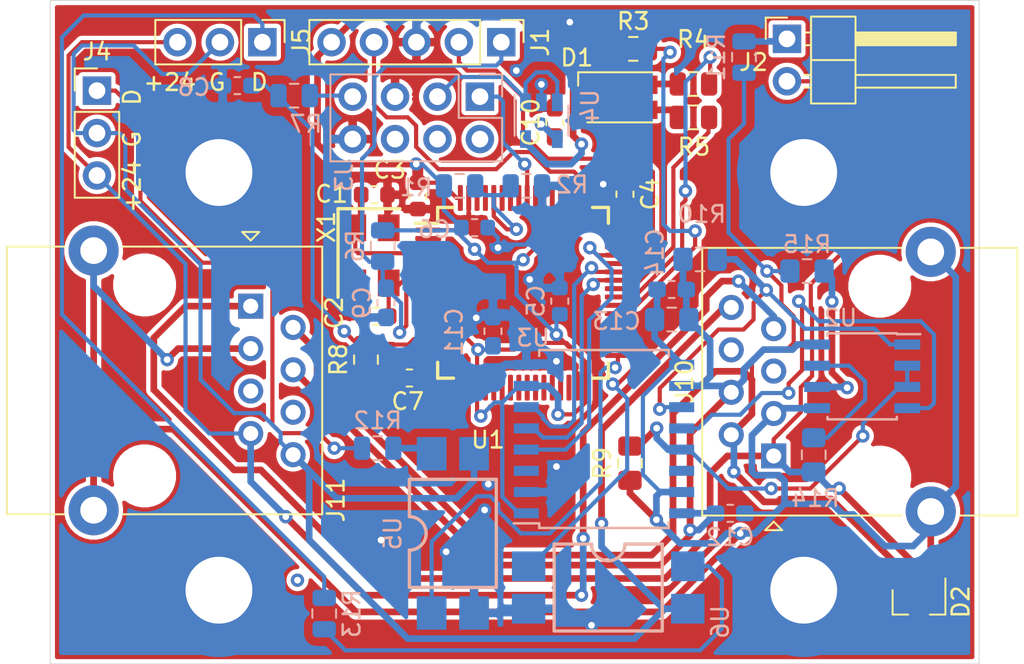
<source format=kicad_pcb>
(kicad_pcb (version 20171130) (host pcbnew "(5.1.0)-1")
  (layers (0 F.Cu signal) (31 B.Cu signal) (34 B.Paste user) (35 F.Paste user) (36 B.SilkS user) (37 F.SilkS user) (38 B.Mask user) (39 F.Mask user) (44 Edge.Cuts user))
  (net 0 "")
  (net 1 "Net-(C1-Pad2)")
  (net 2 GND)
  (net 3 "Net-(C2-Pad1)")
  (net 4 VDD)
  (net 5 "Net-(C8-Pad1)")
  (net 6 "Net-(D1-Pad2)")
  (net 7 "Net-(D1-Pad3)")
  (net 8 /Reset)
  (net 9 /SWDIO)
  (net 10 /SWDCLK)
  (net 11 "Net-(J2-Pad1)")
  (net 12 /PWM)
  (net 13 /ADC_in)
  (net 14 "Net-(J4-Pad1)")
  (net 15 "Net-(R1-Pad2)")
  (net 16 /RTS)
  (net 17 +5V)
  (net 18 "Net-(U1-Pad33)")
  (net 19 "Net-(U1-Pad34)")
  (net 20 /B)
  (net 21 /G)
  (net 22 /R)
  (net 23 /RX)
  (net 24 /TX)
  (net 25 "Net-(D1-Pad1)")
  (net 26 /+5v_IN_ISO)
  (net 27 /GND_5v_IN_ISO)
  (net 28 /B_ISO)
  (net 29 /A_ISO)
  (net 30 /IN_GND_24v)
  (net 31 /IN_+24v)
  (net 32 /DE_ISO)
  (net 33 /RX_ISO)
  (net 34 "Net-(R12-Pad1)")
  (net 35 "Net-(R13-Pad1)")
  (net 36 /TX_ISO)
  (net 37 "Net-(C10-Pad1)")
  (net 38 "Net-(J5-Pad1)")
  (net 39 "Net-(R14-Pad1)")
  (net 40 "Net-(R15-Pad1)")
  (module Crystal:Crystal_SMD_5032-4Pin_5.0x3.2mm (layer F.Cu) (at 96.86 33.46 270)
    (fp_text reference X1 (at -1.7 2.73 270) (layer F.SilkS))
    (fp_text value CRYSTAL_SMD_4pin)
    (pad 1 smd rect (at -1.65 1 270) (size 1.6 1.3) (layers F.Cu F.Paste F.Mask) (net 1 "Net-(C1-Pad2)"))
    (pad 2 smd rect (at 1.65 1 270) (size 1.6 1.3) (layers F.Cu F.Paste F.Mask) (net 2 GND))
    (pad 3 smd rect (at 1.65 -1 270) (size 1.6 1.3) (layers F.Cu F.Paste F.Mask) (net 3 "Net-(C2-Pad1)"))
    (pad 4 smd rect (at -1.65 -1 270) (size 1.6 1.3) (layers F.Cu F.Paste F.Mask) (net 2 GND))
  )
  (module Package_QFP:LQFP-64_10x10mm_P0.5mm (layer F.Cu) (at 105.9 35.7)
    (fp_text reference U1 (at -2.1 8.8) (layer F.SilkS))
    (fp_text value STM32F103RCTx)
    (pad 64 smd roundrect (at -3.75 -5.675) (size 0.3 1.55) (layers F.Cu F.Paste F.Mask) (net 4 VDD))
    (pad 63 smd roundrect (at -3.25 -5.675) (size 0.3 1.55) (layers F.Cu F.Paste F.Mask) (net 2 GND))
    (pad 62 smd roundrect (at -2.75 -5.675) (size 0.3 1.55) (layers F.Cu F.Paste F.Mask))
    (pad 61 smd roundrect (at -2.25 -5.675) (size 0.3 1.55) (layers F.Cu F.Paste F.Mask))
    (pad 60 smd roundrect (at -1.75 -5.675) (size 0.3 1.55) (layers F.Cu F.Paste F.Mask) (net 15 "Net-(R1-Pad2)"))
    (pad 59 smd roundrect (at -1.25 -5.675) (size 0.3 1.55) (layers F.Cu F.Paste F.Mask))
    (pad 58 smd roundrect (at -0.75 -5.675) (size 0.3 1.55) (layers F.Cu F.Paste F.Mask))
    (pad 57 smd roundrect (at -0.25 -5.675) (size 0.3 1.55) (layers F.Cu F.Paste F.Mask))
    (pad 56 smd roundrect (at 0.25 -5.675) (size 0.3 1.55) (layers F.Cu F.Paste F.Mask) (net 12 /PWM))
    (pad 55 smd roundrect (at 0.75 -5.675) (size 0.3 1.55) (layers F.Cu F.Paste F.Mask))
    (pad 54 smd roundrect (at 1.25 -5.675) (size 0.3 1.55) (layers F.Cu F.Paste F.Mask))
    (pad 53 smd roundrect (at 1.75 -5.675) (size 0.3 1.55) (layers F.Cu F.Paste F.Mask))
    (pad 52 smd roundrect (at 2.25 -5.675) (size 0.3 1.55) (layers F.Cu F.Paste F.Mask))
    (pad 51 smd roundrect (at 2.75 -5.675) (size 0.3 1.55) (layers F.Cu F.Paste F.Mask))
    (pad 50 smd roundrect (at 3.25 -5.675) (size 0.3 1.55) (layers F.Cu F.Paste F.Mask))
    (pad 49 smd roundrect (at 3.75 -5.675) (size 0.3 1.55) (layers F.Cu F.Paste F.Mask) (net 10 /SWDCLK))
    (pad 48 smd roundrect (at 5.675 -3.75) (size 1.55 0.3) (layers F.Cu F.Paste F.Mask) (net 4 VDD))
    (pad 47 smd roundrect (at 5.675 -3.25) (size 1.55 0.3) (layers F.Cu F.Paste F.Mask) (net 2 GND))
    (pad 46 smd roundrect (at 5.675 -2.75) (size 1.55 0.3) (layers F.Cu F.Paste F.Mask) (net 9 /SWDIO))
    (pad 45 smd roundrect (at 5.675 -2.25) (size 1.55 0.3) (layers F.Cu F.Paste F.Mask) (net 16 /RTS))
    (pad 44 smd roundrect (at 5.675 -1.75) (size 1.55 0.3) (layers F.Cu F.Paste F.Mask))
    (pad 43 smd roundrect (at 5.675 -1.25) (size 1.55 0.3) (layers F.Cu F.Paste F.Mask) (net 23 /RX))
    (pad 42 smd roundrect (at 5.675 -0.75) (size 1.55 0.3) (layers F.Cu F.Paste F.Mask) (net 24 /TX))
    (pad 41 smd roundrect (at 5.675 -0.25) (size 1.55 0.3) (layers F.Cu F.Paste F.Mask) (net 22 /R))
    (pad 40 smd roundrect (at 5.675 0.25) (size 1.55 0.3) (layers F.Cu F.Paste F.Mask) (net 21 /G))
    (pad 39 smd roundrect (at 5.675 0.75) (size 1.55 0.3) (layers F.Cu F.Paste F.Mask) (net 20 /B))
    (pad 38 smd roundrect (at 5.675 1.25) (size 1.55 0.3) (layers F.Cu F.Paste F.Mask))
    (pad 37 smd roundrect (at 5.675 1.75) (size 1.55 0.3) (layers F.Cu F.Paste F.Mask))
    (pad 36 smd roundrect (at 5.675 2.25) (size 1.55 0.3) (layers F.Cu F.Paste F.Mask))
    (pad 35 smd roundrect (at 5.675 2.75) (size 1.55 0.3) (layers F.Cu F.Paste F.Mask))
    (pad 34 smd roundrect (at 5.675 3.25) (size 1.55 0.3) (layers F.Cu F.Paste F.Mask) (net 19 "Net-(U1-Pad34)"))
    (pad 33 smd roundrect (at 5.675 3.75) (size 1.55 0.3) (layers F.Cu F.Paste F.Mask) (net 18 "Net-(U1-Pad33)"))
    (pad 32 smd roundrect (at 3.75 5.675) (size 0.3 1.55) (layers F.Cu F.Paste F.Mask) (net 4 VDD))
    (pad 31 smd roundrect (at 3.25 5.675) (size 0.3 1.55) (layers F.Cu F.Paste F.Mask) (net 2 GND))
    (pad 30 smd roundrect (at 2.75 5.675) (size 0.3 1.55) (layers F.Cu F.Paste F.Mask))
    (pad 29 smd roundrect (at 2.25 5.675) (size 0.3 1.55) (layers F.Cu F.Paste F.Mask))
    (pad 28 smd roundrect (at 1.75 5.675) (size 0.3 1.55) (layers F.Cu F.Paste F.Mask))
    (pad 27 smd roundrect (at 1.25 5.675) (size 0.3 1.55) (layers F.Cu F.Paste F.Mask))
    (pad 26 smd roundrect (at 0.75 5.675) (size 0.3 1.55) (layers F.Cu F.Paste F.Mask))
    (pad 25 smd roundrect (at 0.25 5.675) (size 0.3 1.55) (layers F.Cu F.Paste F.Mask))
    (pad 24 smd roundrect (at -0.25 5.675) (size 0.3 1.55) (layers F.Cu F.Paste F.Mask))
    (pad 23 smd roundrect (at -0.75 5.675) (size 0.3 1.55) (layers F.Cu F.Paste F.Mask))
    (pad 22 smd roundrect (at -1.25 5.675) (size 0.3 1.55) (layers F.Cu F.Paste F.Mask))
    (pad 21 smd roundrect (at -1.75 5.675) (size 0.3 1.55) (layers F.Cu F.Paste F.Mask))
    (pad 20 smd roundrect (at -2.25 5.675) (size 0.3 1.55) (layers F.Cu F.Paste F.Mask))
    (pad 19 smd roundrect (at -2.75 5.675) (size 0.3 1.55) (layers F.Cu F.Paste F.Mask) (net 4 VDD))
    (pad 18 smd roundrect (at -3.25 5.675) (size 0.3 1.55) (layers F.Cu F.Paste F.Mask) (net 2 GND))
    (pad 17 smd roundrect (at -3.75 5.675) (size 0.3 1.55) (layers F.Cu F.Paste F.Mask))
    (pad 16 smd roundrect (at -5.675 3.75) (size 1.55 0.3) (layers F.Cu F.Paste F.Mask))
    (pad 15 smd roundrect (at -5.675 3.25) (size 1.55 0.3) (layers F.Cu F.Paste F.Mask))
    (pad 14 smd roundrect (at -5.675 2.75) (size 1.55 0.3) (layers F.Cu F.Paste F.Mask) (net 5 "Net-(C8-Pad1)"))
    (pad 13 smd roundrect (at -5.675 2.25) (size 1.55 0.3) (layers F.Cu F.Paste F.Mask) (net 4 VDD))
    (pad 12 smd roundrect (at -5.675 1.75) (size 1.55 0.3) (layers F.Cu F.Paste F.Mask) (net 2 GND))
    (pad 11 smd roundrect (at -5.675 1.25) (size 1.55 0.3) (layers F.Cu F.Paste F.Mask))
    (pad 10 smd roundrect (at -5.675 0.75) (size 1.55 0.3) (layers F.Cu F.Paste F.Mask))
    (pad 9 smd roundrect (at -5.675 0.25) (size 1.55 0.3) (layers F.Cu F.Paste F.Mask))
    (pad 8 smd roundrect (at -5.675 -0.25) (size 1.55 0.3) (layers F.Cu F.Paste F.Mask))
    (pad 7 smd roundrect (at -5.675 -0.75) (size 1.55 0.3) (layers F.Cu F.Paste F.Mask) (net 8 /Reset))
    (pad 6 smd roundrect (at -5.675 -1.25) (size 1.55 0.3) (layers F.Cu F.Paste F.Mask) (net 3 "Net-(C2-Pad1)"))
    (pad 5 smd roundrect (at -5.675 -1.75) (size 1.55 0.3) (layers F.Cu F.Paste F.Mask) (net 1 "Net-(C1-Pad2)"))
    (pad 4 smd roundrect (at -5.675 -2.25) (size 1.55 0.3) (layers F.Cu F.Paste F.Mask))
    (pad 3 smd roundrect (at -5.675 -2.75) (size 1.55 0.3) (layers F.Cu F.Paste F.Mask))
    (pad 2 smd roundrect (at -5.675 -3.25) (size 1.55 0.3) (layers F.Cu F.Paste F.Mask))
    (pad 1 smd roundrect (at -5.675 -3.75) (size 1.55 0.3) (layers F.Cu F.Paste F.Mask) (net 4 VDD))
  )
  (module Package_DIP:SMDIP-4_W9.53mm (layer B.Cu) (at 101.7 50.1 270)
    (fp_text reference U5 (at 0 3.6 270) (layer B.SilkS) (effects (justify mirror)))
    (fp_text value PC817)
    (pad 4 smd rect (at 4.765 1.27 270) (size 2 1.78) (layers B.Cu B.Paste B.Mask) (net 18 "Net-(U1-Pad33)"))
    (pad 2 smd rect (at -4.765 -1.27 270) (size 2 1.78) (layers B.Cu B.Paste B.Mask) (net 30 /IN_GND_24v))
    (pad 3 smd rect (at 4.765 -1.27 270) (size 2 1.78) (layers B.Cu B.Paste B.Mask) (net 2 GND))
    (pad 1 smd rect (at -4.765 1.27 270) (size 2 1.78) (layers B.Cu B.Paste B.Mask) (net 34 "Net-(R12-Pad1)"))
  )
  (module Package_DIP:SMDIP-4_W9.53mm (layer B.Cu) (at 110.998 53.34 180)
    (fp_text reference U6 (at -6.702 -2.06 270) (layer B.SilkS) (effects (justify mirror)))
    (fp_text value PC817)
    (pad 4 smd rect (at 4.765 1.27 180) (size 2 1.78) (layers B.Cu B.Paste B.Mask) (net 19 "Net-(U1-Pad34)"))
    (pad 2 smd rect (at -4.765 -1.27 180) (size 2 1.78) (layers B.Cu B.Paste B.Mask) (net 30 /IN_GND_24v))
    (pad 3 smd rect (at 4.765 -1.27 180) (size 2 1.78) (layers B.Cu B.Paste B.Mask) (net 2 GND))
    (pad 1 smd rect (at -4.765 1.27 180) (size 2 1.78) (layers B.Cu B.Paste B.Mask) (net 35 "Net-(R13-Pad1)"))
  )
  (module Resistor_SMD:R_0805_2012Metric_Pad1.15x1.40mm_HandSolder (layer B.Cu) (at 122.9 34.4 180)
    (fp_text reference R15 (at 0 1.6 180) (layer B.SilkS) (effects (justify mirror)))
    (fp_text value 10)
    (pad 2 smd roundrect (at 1.025 0 180) (size 1.15 1.4) (layers B.Cu B.Paste B.Mask) (roundrect_rratio 0.217391) (net 29 /A_ISO))
    (pad 1 smd roundrect (at -1.025 0 180) (size 1.15 1.4) (layers B.Cu B.Paste B.Mask) (roundrect_rratio 0.217391) (net 40 "Net-(R15-Pad1)"))
  )
  (module Package_SO:SOIC-8_3.9x4.9mm_P1.27mm (layer B.Cu) (at 126.2 40.7 180)
    (fp_text reference U2 (at 1.3 3.5 180) (layer B.SilkS) (effects (justify mirror)))
    (fp_text value MAX485E)
    (pad 8 smd rect (at 2.7 1.905 180) (size 1.55 0.6) (layers B.Cu B.Paste B.Mask) (net 26 /+5v_IN_ISO))
    (pad 7 smd rect (at 2.7 0.635 180) (size 1.55 0.6) (layers B.Cu B.Paste B.Mask) (net 39 "Net-(R14-Pad1)"))
    (pad 6 smd rect (at 2.7 -0.635 180) (size 1.55 0.6) (layers B.Cu B.Paste B.Mask) (net 40 "Net-(R15-Pad1)"))
    (pad 5 smd rect (at 2.7 -1.905 180) (size 1.55 0.6) (layers B.Cu B.Paste B.Mask) (net 27 /GND_5v_IN_ISO))
    (pad 4 smd rect (at -2.7 -1.905 180) (size 1.55 0.6) (layers B.Cu B.Paste B.Mask) (net 36 /TX_ISO))
    (pad 3 smd rect (at -2.7 -0.635 180) (size 1.55 0.6) (layers B.Cu B.Paste B.Mask) (net 32 /DE_ISO))
    (pad 2 smd rect (at -2.7 0.635 180) (size 1.55 0.6) (layers B.Cu B.Paste B.Mask) (net 32 /DE_ISO))
    (pad 1 smd rect (at -2.7 1.905 180) (size 1.55 0.6) (layers B.Cu B.Paste B.Mask) (net 33 /RX_ISO))
  )
  (module LED_SMD:LED_Avago_PLCC4_3.2x2.8mm_CW (layer F.Cu) (at 111.7 24)
    (fp_text reference D1 (at -2.58 -2.37) (layer F.SilkS))
    (fp_text value Led_RGB_CA_2)
    (pad 4 smd rect (at -1.5 0.75) (size 1.5 1.1) (layers F.Cu F.Paste F.Mask) (net 4 VDD))
    (pad 3 smd rect (at 1.5 0.75) (size 1.5 1.1) (layers F.Cu F.Paste F.Mask) (net 7 "Net-(D1-Pad3)"))
    (pad 2 smd rect (at 1.5 -0.75) (size 1.5 1.1) (layers F.Cu F.Paste F.Mask) (net 6 "Net-(D1-Pad2)"))
    (pad 1 smd rect (at -1.5 -0.75) (size 1.5 1.1) (layers F.Cu F.Paste F.Mask) (net 25 "Net-(D1-Pad1)"))
  )
  (module Resistor_SMD:R_0805_2012Metric (layer B.Cu) (at 92.2 23.9 180)
    (fp_text reference R7 (at -0.7 -1.7 180) (layer B.SilkS) (effects (justify mirror)))
    (fp_text value 10k)
    (pad 2 smd roundrect (at 0.9375 0 180) (size 0.975 1.4) (layers B.Cu B.Paste B.Mask) (net 5 "Net-(C8-Pad1)"))
    (pad 1 smd roundrect (at -0.9375 0 180) (size 0.975 1.4) (layers B.Cu B.Paste B.Mask) (net 13 /ADC_in))
  )
  (module Resistor_SMD:R_0805_2012Metric (layer B.Cu) (at 102.1 29.3)
    (fp_text reference R1 (at -2.6 0.1) (layer B.SilkS) (effects (justify mirror)))
    (fp_text value 10k)
    (pad 2 smd roundrect (at 0.9375 0) (size 0.975 1.4) (layers B.Cu B.Paste B.Mask) (net 15 "Net-(R1-Pad2)"))
    (pad 1 smd roundrect (at -0.9375 0) (size 0.975 1.4) (layers B.Cu B.Paste B.Mask) (net 4 VDD))
  )
  (module Capacitor_SMD:C_0603_1608Metric (layer F.Cu) (at 97 29.83 180)
    (fp_text reference C1 (at 2.56 0.04 180) (layer F.SilkS))
    (fp_text value 20p)
    (pad 2 smd roundrect (at 0.7875 0 180) (size 0.875 0.95) (layers F.Cu F.Paste F.Mask) (net 1 "Net-(C1-Pad2)"))
    (pad 1 smd roundrect (at -0.7875 0 180) (size 0.875 0.95) (layers F.Cu F.Paste F.Mask) (net 2 GND))
  )
  (module Capacitor_SMD:C_0603_1608Metric (layer F.Cu) (at 97.1 37.1 180)
    (fp_text reference C2 (at 2.5 0.2 270) (layer F.SilkS))
    (fp_text value 20p)
    (pad 2 smd roundrect (at 0.7875 0 180) (size 0.875 0.95) (layers F.Cu F.Paste F.Mask) (net 2 GND))
    (pad 1 smd roundrect (at -0.7875 0 180) (size 0.875 0.95) (layers F.Cu F.Paste F.Mask) (net 3 "Net-(C2-Pad1)"))
  )
  (module Capacitor_SMD:C_0603_1608Metric_Pad1.05x0.95mm_HandSolder (layer B.Cu) (at 88.8 23.3 180)
    (fp_text reference C8 (at 2.6 -0.1 180) (layer B.SilkS) (effects (justify mirror)))
    (fp_text value 20p)
    (pad 2 smd roundrect (at 0.875 0 180) (size 1.05 0.95) (layers B.Cu B.Paste B.Mask) (net 2 GND))
    (pad 1 smd roundrect (at -0.875 0 180) (size 1.05 0.95) (layers B.Cu B.Paste B.Mask) (net 5 "Net-(C8-Pad1)"))
  )
  (module Connector_PinHeader_2.54mm:PinHeader_1x05_P2.54mm_Vertical (layer F.Cu) (at 104.6 20.7 270)
    (fp_text reference J1 (at 0 -2.33 270) (layer F.SilkS))
    (fp_text value Conn_01x05)
    (pad 5 thru_hole oval (at 0 10.16 270) (size 1.7 1.7) (drill 1) (layers *.Cu *.Mask) (net 4 VDD))
    (pad 4 thru_hole oval (at 0 7.62 270) (size 1.7 1.7) (drill 1) (layers *.Cu *.Mask) (net 10 /SWDCLK))
    (pad 3 thru_hole oval (at 0 5.08 270) (size 1.7 1.7) (drill 1) (layers *.Cu *.Mask) (net 2 GND))
    (pad 2 thru_hole oval (at 0 2.54 270) (size 1.7 1.7) (drill 1) (layers *.Cu *.Mask) (net 9 /SWDIO))
    (pad 1 thru_hole rect (at 0 0 270) (size 1.7 1.7) (drill 1) (layers *.Cu *.Mask) (net 8 /Reset))
  )
  (module Connector_PinHeader_2.54mm:PinHeader_1x02_P2.54mm_Horizontal (layer F.Cu) (at 121.7 20.5)
    (fp_text reference J2 (at -2 1.4) (layer F.SilkS))
    (fp_text value Conn_01x02)
    (pad 2 thru_hole oval (at 0 2.54) (size 1.7 1.7) (drill 1) (layers *.Cu *.Mask) (net 28 /B_ISO))
    (pad 1 thru_hole rect (at 0 0) (size 1.7 1.7) (drill 1) (layers *.Cu *.Mask) (net 11 "Net-(J2-Pad1)"))
  )
  (module Resistor_SMD:R_0805_2012Metric (layer B.Cu) (at 106.1 29.3 180)
    (fp_text reference R2 (at -2.73 0.07 180) (layer B.SilkS) (effects (justify mirror)))
    (fp_text value 510)
    (pad 2 smd roundrect (at 0.9375 0 180) (size 0.975 1.4) (layers B.Cu B.Paste B.Mask) (net 15 "Net-(R1-Pad2)"))
    (pad 1 smd roundrect (at -0.9375 0 180) (size 0.975 1.4) (layers B.Cu B.Paste B.Mask) (net 2 GND))
  )
  (module Resistor_SMD:R_0805_2012Metric (layer F.Cu) (at 112.5 21.1)
    (fp_text reference R3 (at 0 -1.65) (layer F.SilkS))
    (fp_text value 1.5k)
    (pad 2 smd roundrect (at 0.9375 0) (size 0.975 1.4) (layers F.Cu F.Paste F.Mask) (net 20 /B))
    (pad 1 smd roundrect (at -0.9375 0) (size 0.975 1.4) (layers F.Cu F.Paste F.Mask) (net 25 "Net-(D1-Pad1)"))
  )
  (module Resistor_SMD:R_0805_2012Metric (layer F.Cu) (at 116.1 23.2)
    (fp_text reference R4 (at -0.01 -2.67) (layer F.SilkS))
    (fp_text value 1k)
    (pad 2 smd roundrect (at 0.9375 0) (size 0.975 1.4) (layers F.Cu F.Paste F.Mask) (net 21 /G))
    (pad 1 smd roundrect (at -0.9375 0) (size 0.975 1.4) (layers F.Cu F.Paste F.Mask) (net 6 "Net-(D1-Pad2)"))
  )
  (module Resistor_SMD:R_0805_2012Metric (layer F.Cu) (at 116.1 25.2)
    (fp_text reference R5 (at 0.03 1.77) (layer F.SilkS))
    (fp_text value 750)
    (pad 2 smd roundrect (at 0.9375 0) (size 0.975 1.4) (layers F.Cu F.Paste F.Mask) (net 22 /R))
    (pad 1 smd roundrect (at -0.9375 0) (size 0.975 1.4) (layers F.Cu F.Paste F.Mask) (net 7 "Net-(D1-Pad3)"))
  )
  (module Resistor_SMD:R_0805_2012Metric (layer B.Cu) (at 97.5 32.9 270)
    (fp_text reference R6 (at 0 1.65 270) (layer B.SilkS) (effects (justify mirror)))
    (fp_text value 10k)
    (pad 2 smd roundrect (at 0.9375 0 270) (size 0.975 1.4) (layers B.Cu B.Paste B.Mask) (net 8 /Reset))
    (pad 1 smd roundrect (at -0.9375 0 270) (size 0.975 1.4) (layers B.Cu B.Paste B.Mask) (net 4 VDD))
  )
  (module Resistor_SMD:R_0805_2012Metric (layer F.Cu) (at 96.5 39.7 90)
    (fp_text reference R8 (at 0 -1.65 90) (layer F.SilkS))
    (fp_text value 10k)
    (pad 2 smd roundrect (at 0.9375 0 90) (size 0.975 1.4) (layers F.Cu F.Paste F.Mask) (net 5 "Net-(C8-Pad1)"))
    (pad 1 smd roundrect (at -0.9375 0 90) (size 0.975 1.4) (layers F.Cu F.Paste F.Mask) (net 2 GND))
  )
  (module Resistor_SMD:R_0805_2012Metric (layer B.Cu) (at 119.126 21.59 270)
    (fp_text reference R11 (at 0 1.65 270) (layer B.SilkS) (effects (justify mirror)))
    (fp_text value 120)
    (pad 2 smd roundrect (at 0.9375 0 270) (size 0.975 1.4) (layers B.Cu B.Paste B.Mask) (net 29 /A_ISO))
    (pad 1 smd roundrect (at -0.9375 0 270) (size 0.975 1.4) (layers B.Cu B.Paste B.Mask) (net 11 "Net-(J2-Pad1)"))
  )
  (module Connector_PinSocket_2.54mm:PinSocket_2x04_P2.54mm_Vertical (layer B.Cu) (at 103.32 23.96 90)
    (fp_text reference J3 (at -4.84 -8.12 90) (layer B.SilkS) (effects (justify mirror)))
    (fp_text value Conn_02x04_Odd_Even)
    (pad 8 thru_hole oval (at -2.54 -7.62 90) (size 1.7 1.7) (drill 1) (layers *.Cu *.Mask) (net 2 GND))
    (pad 7 thru_hole oval (at 0 -7.62 90) (size 1.7 1.7) (drill 1) (layers *.Cu *.Mask) (net 13 /ADC_in))
    (pad 6 thru_hole oval (at -2.54 -5.08 90) (size 1.7 1.7) (drill 1) (layers *.Cu *.Mask))
    (pad 5 thru_hole oval (at 0 -5.08 90) (size 1.7 1.7) (drill 1) (layers *.Cu *.Mask) (net 2 GND))
    (pad 4 thru_hole oval (at -2.54 -2.54 90) (size 1.7 1.7) (drill 1) (layers *.Cu *.Mask))
    (pad 3 thru_hole oval (at 0 -2.54 90) (size 1.7 1.7) (drill 1) (layers *.Cu *.Mask) (net 17 +5V))
    (pad 2 thru_hole oval (at -2.54 0 90) (size 1.7 1.7) (drill 1) (layers *.Cu *.Mask))
    (pad 1 thru_hole rect (at 0 0 90) (size 1.7 1.7) (drill 1) (layers *.Cu *.Mask) (net 12 /PWM))
  )
  (module Capacitor_SMD:C_0603_1608Metric_Pad1.05x0.95mm_HandSolder (layer B.Cu) (at 104.1 38 270)
    (fp_text reference C11 (at 0.05 2.32 270) (layer B.SilkS) (effects (justify mirror)))
    (fp_text value "0.1 mkf")
    (pad 2 smd roundrect (at 0.875 0 270) (size 1.05 0.95) (layers B.Cu B.Paste B.Mask) (net 4 VDD))
    (pad 1 smd roundrect (at -0.875 0 270) (size 1.05 0.95) (layers B.Cu B.Paste B.Mask) (net 2 GND))
  )
  (module Capacitor_SMD:C_0603_1608Metric_Pad1.05x0.95mm_HandSolder (layer B.Cu) (at 118.3 48.9)
    (fp_text reference C12 (at 0 1.43) (layer B.SilkS) (effects (justify mirror)))
    (fp_text value "0.1 mkf")
    (pad 2 smd roundrect (at 0.875 0) (size 1.05 0.95) (layers B.Cu B.Paste B.Mask) (net 27 /GND_5v_IN_ISO))
    (pad 1 smd roundrect (at -0.875 0) (size 1.05 0.95) (layers B.Cu B.Paste B.Mask) (net 26 /+5v_IN_ISO))
  )
  (module Capacitor_SMD:C_0805_2012Metric_Pad1.15x1.40mm_HandSolder (layer B.Cu) (at 114.8 37.3 180)
    (fp_text reference C13 (at 3.3 -0.1 180) (layer B.SilkS) (effects (justify mirror)))
    (fp_text value "10 mkf")
    (pad 2 smd roundrect (at 1.025 0 180) (size 1.15 1.4) (layers B.Cu B.Paste B.Mask) (roundrect_rratio 0.217391) (net 27 /GND_5v_IN_ISO))
    (pad 1 smd roundrect (at -1.025 0 180) (size 1.15 1.4) (layers B.Cu B.Paste B.Mask) (roundrect_rratio 0.217391) (net 26 /+5v_IN_ISO))
  )
  (module Capacitor_SMD:C_0603_1608Metric_Pad1.05x0.95mm_HandSolder (layer B.Cu) (at 114.8 35.5 180)
    (fp_text reference C14 (at 1 2.2 270) (layer B.SilkS) (effects (justify mirror)))
    (fp_text value "0.1 mkf")
    (pad 2 smd roundrect (at 0.875 0 180) (size 1.05 0.95) (layers B.Cu B.Paste B.Mask) (net 27 /GND_5v_IN_ISO))
    (pad 1 smd roundrect (at -0.875 0 180) (size 1.05 0.95) (layers B.Cu B.Paste B.Mask) (net 26 /+5v_IN_ISO))
  )
  (module Package_TO_SOT_SMD:SOT-23 (layer F.Cu) (at 129.6 54.2 270)
    (fp_text reference D2 (at 0 -2.5 270) (layer F.SilkS))
    (fp_text value SM712)
    (pad 3 smd rect (at 1 0 270) (size 0.9 0.8) (layers F.Cu F.Paste F.Mask) (net 27 /GND_5v_IN_ISO))
    (pad 2 smd rect (at -1 0.95 270) (size 0.9 0.8) (layers F.Cu F.Paste F.Mask) (net 29 /A_ISO))
    (pad 1 smd rect (at -1 -0.95 270) (size 0.9 0.8) (layers F.Cu F.Paste F.Mask) (net 28 /B_ISO))
  )
  (module Connector_RJ:RJ45_Ninigi_GE (layer F.Cu) (at 120.904 45.466 90)
    (fp_text reference J10 (at 4.445 -5.34 90) (layer F.SilkS))
    (fp_text value RJ45_Shielded)
    (pad 6 thru_hole circle (at 6.35 -2.54 270) (size 1.5 1.5) (drill 0.9) (layers *.Cu *.Mask))
    (pad 8 thru_hole circle (at 8.89 -2.54 270) (size 1.5 1.5) (drill 0.9) (layers *.Cu *.Mask) (net 30 /IN_GND_24v))
    (pad SH thru_hole circle (at -3.325 9.4 90) (size 3 3) (drill 1.6) (layers *.Cu *.Mask) (net 27 /GND_5v_IN_ISO))
    (pad 2 thru_hole circle (at 1.27 -2.54 270) (size 1.5 1.5) (drill 0.9) (layers *.Cu *.Mask) (net 29 /A_ISO))
    (pad 1 thru_hole rect (at 0 0 270) (size 1.5 1.5) (drill 0.9) (layers *.Cu *.Mask) (net 28 /B_ISO))
    (pad 7 thru_hole circle (at 7.62 0 270) (size 1.5 1.5) (drill 0.9) (layers *.Cu *.Mask) (net 31 /IN_+24v))
    (pad 4 thru_hole circle (at 3.81 -2.54 270) (size 1.5 1.5) (drill 0.9) (layers *.Cu *.Mask) (net 26 /+5v_IN_ISO))
    (pad 5 thru_hole circle (at 5.08 0 270) (size 1.5 1.5) (drill 0.9) (layers *.Cu *.Mask))
    (pad 3 thru_hole circle (at 2.54 0 270) (size 1.5 1.5) (drill 0.9) (layers *.Cu *.Mask) (net 27 /GND_5v_IN_ISO))
    (pad "" np_thru_hole circle (at -1.27 6.35 90) (size 3.25 3.25) (drill 3.25) (layers *.Cu *.Mask))
    (pad SH thru_hole circle (at 12.215 9.4 270) (size 3 3) (drill 1.6) (layers *.Cu *.Mask) (net 27 /GND_5v_IN_ISO))
    (pad "" np_thru_hole circle (at 10.16 6.35 270) (size 3.25 3.25) (drill 3.25) (layers *.Cu *.Mask))
  )
  (module Resistor_SMD:R_0805_2012Metric_Pad1.15x1.40mm_HandSolder (layer F.Cu) (at 112.3 45.9 90)
    (fp_text reference R9 (at 0 -1.65 90) (layer F.SilkS))
    (fp_text value 10k)
    (pad 2 smd roundrect (at 1.025 0 90) (size 1.15 1.4) (layers F.Cu F.Paste F.Mask) (roundrect_rratio 0.217391) (net 32 /DE_ISO))
    (pad 1 smd roundrect (at -1.025 0 90) (size 1.15 1.4) (layers F.Cu F.Paste F.Mask) (roundrect_rratio 0.217391) (net 27 /GND_5v_IN_ISO))
  )
  (module Resistor_SMD:R_0805_2012Metric_Pad1.15x1.40mm_HandSolder (layer B.Cu) (at 116.5 33.7 180)
    (fp_text reference R10 (at -0.1 2.7 180) (layer B.SilkS) (effects (justify mirror)))
    (fp_text value 10k)
    (pad 2 smd roundrect (at 1.025 0 180) (size 1.15 1.4) (layers B.Cu B.Paste B.Mask) (roundrect_rratio 0.217391) (net 26 /+5v_IN_ISO))
    (pad 1 smd roundrect (at -1.025 0 180) (size 1.15 1.4) (layers B.Cu B.Paste B.Mask) (roundrect_rratio 0.217391) (net 33 /RX_ISO))
  )
  (module Resistor_SMD:R_0805_2012Metric (layer B.Cu) (at 97.2 45 180)
    (fp_text reference R12 (at 0 1.65 180) (layer B.SilkS) (effects (justify mirror)))
    (fp_text value 5.1k)
    (pad 2 smd roundrect (at 0.9375 0 180) (size 0.975 1.4) (layers B.Cu B.Paste B.Mask) (net 14 "Net-(J4-Pad1)"))
    (pad 1 smd roundrect (at -0.9375 0 180) (size 0.975 1.4) (layers B.Cu B.Paste B.Mask) (net 34 "Net-(R12-Pad1)"))
  )
  (module Resistor_SMD:R_0805_2012Metric (layer B.Cu) (at 94 54.9 90)
    (fp_text reference R13 (at 0 1.65 90) (layer B.SilkS) (effects (justify mirror)))
    (fp_text value 5.1k)
    (pad 2 smd roundrect (at 0.9375 0 90) (size 0.975 1.4) (layers B.Cu B.Paste B.Mask) (net 38 "Net-(J5-Pad1)"))
    (pad 1 smd roundrect (at -0.9375 0 90) (size 0.975 1.4) (layers B.Cu B.Paste B.Mask) (net 35 "Net-(R13-Pad1)"))
  )
  (module Package_SO:SOIC-16W_7.5x10.3mm_P1.27mm (layer B.Cu) (at 110.744 44.45)
    (fp_text reference U3 (at -4.244 -6.05) (layer B.SilkS) (effects (justify mirror)))
    (fp_text value ISO7341C)
    (pad 16 smd rect (at 4.65 4.445) (size 1.5 0.6) (layers B.Cu B.Paste B.Mask) (net 26 /+5v_IN_ISO))
    (pad 15 smd rect (at 4.65 3.175) (size 1.5 0.6) (layers B.Cu B.Paste B.Mask) (net 27 /GND_5v_IN_ISO))
    (pad 14 smd rect (at 4.65 1.905) (size 1.5 0.6) (layers B.Cu B.Paste B.Mask))
    (pad 13 smd rect (at 4.65 0.635) (size 1.5 0.6) (layers B.Cu B.Paste B.Mask) (net 32 /DE_ISO))
    (pad 12 smd rect (at 4.65 -0.635) (size 1.5 0.6) (layers B.Cu B.Paste B.Mask) (net 36 /TX_ISO))
    (pad 11 smd rect (at 4.65 -1.905) (size 1.5 0.6) (layers B.Cu B.Paste B.Mask) (net 33 /RX_ISO))
    (pad 10 smd rect (at 4.65 -3.175) (size 1.5 0.6) (layers B.Cu B.Paste B.Mask) (net 26 /+5v_IN_ISO))
    (pad 9 smd rect (at 4.65 -4.445) (size 1.5 0.6) (layers B.Cu B.Paste B.Mask) (net 27 /GND_5v_IN_ISO))
    (pad 8 smd rect (at -4.65 -4.445) (size 1.5 0.6) (layers B.Cu B.Paste B.Mask) (net 2 GND))
    (pad 7 smd rect (at -4.65 -3.175) (size 1.5 0.6) (layers B.Cu B.Paste B.Mask) (net 4 VDD))
    (pad 6 smd rect (at -4.65 -1.905) (size 1.5 0.6) (layers B.Cu B.Paste B.Mask) (net 23 /RX))
    (pad 5 smd rect (at -4.65 -0.635) (size 1.5 0.6) (layers B.Cu B.Paste B.Mask) (net 24 /TX))
    (pad 4 smd rect (at -4.65 0.635) (size 1.5 0.6) (layers B.Cu B.Paste B.Mask) (net 16 /RTS))
    (pad 3 smd rect (at -4.65 1.905) (size 1.5 0.6) (layers B.Cu B.Paste B.Mask))
    (pad 2 smd rect (at -4.65 3.175) (size 1.5 0.6) (layers B.Cu B.Paste B.Mask) (net 2 GND))
    (pad 1 smd rect (at -4.65 4.445) (size 1.5 0.6) (layers B.Cu B.Paste B.Mask) (net 4 VDD))
  )
  (module Capacitor_SMD:C_0603_1608Metric (layer F.Cu) (at 99.6 29.9 90)
    (fp_text reference C3 (at 1.55 -1.68 180) (layer F.SilkS))
    (fp_text value 0.1mkf)
    (pad 2 smd roundrect (at 0.7875 0 90) (size 0.875 0.95) (layers F.Cu F.Paste F.Mask) (net 4 VDD))
    (pad 1 smd roundrect (at -0.7875 0 90) (size 0.875 0.95) (layers F.Cu F.Paste F.Mask) (net 2 GND))
  )
  (module Capacitor_SMD:C_0603_1608Metric (layer F.Cu) (at 112 29.8 270)
    (fp_text reference C4 (at -0.01 -1.51 270) (layer F.SilkS))
    (fp_text value 0.1mkf)
    (pad 2 smd roundrect (at 0.7875 0 270) (size 0.875 0.95) (layers F.Cu F.Paste F.Mask) (net 4 VDD))
    (pad 1 smd roundrect (at -0.7875 0 270) (size 0.875 0.95) (layers F.Cu F.Paste F.Mask) (net 2 GND))
  )
  (module Capacitor_SMD:C_0603_1608Metric (layer B.Cu) (at 108.1 36.2 270)
    (fp_text reference C5 (at 0 1.43 270) (layer B.SilkS) (effects (justify mirror)))
    (fp_text value 0.1mkf)
    (pad 2 smd roundrect (at 0.7875 0 270) (size 0.875 0.95) (layers B.Cu B.Paste B.Mask) (net 4 VDD))
    (pad 1 smd roundrect (at -0.7875 0 270) (size 0.875 0.95) (layers B.Cu B.Paste B.Mask) (net 2 GND))
  )
  (module Capacitor_SMD:C_0603_1608Metric (layer B.Cu) (at 103 31.8 180)
    (fp_text reference C6 (at 2.4 -0.1 180) (layer B.SilkS) (effects (justify mirror)))
    (fp_text value 0.1mkf)
    (pad 2 smd roundrect (at 0.7875 0 180) (size 0.875 0.95) (layers B.Cu B.Paste B.Mask) (net 4 VDD))
    (pad 1 smd roundrect (at -0.7875 0 180) (size 0.875 0.95) (layers B.Cu B.Paste B.Mask) (net 2 GND))
  )
  (module Capacitor_SMD:C_0603_1608Metric (layer F.Cu) (at 99.1 40.8)
    (fp_text reference C7 (at -0.1 1.4) (layer F.SilkS))
    (fp_text value 0.1mkf)
    (pad 2 smd roundrect (at 0.7875 0) (size 0.875 0.95) (layers F.Cu F.Paste F.Mask) (net 4 VDD))
    (pad 1 smd roundrect (at -0.7875 0) (size 0.875 0.95) (layers F.Cu F.Paste F.Mask) (net 2 GND))
  )
  (module Connector_RJ:RJ45_Ninigi_GE (layer F.Cu) (at 89.6 36.5 270)
    (fp_text reference J11 (at 11.6 -5.1 270) (layer F.SilkS))
    (fp_text value RJ45_Shielded)
    (pad 6 thru_hole circle (at 6.35 -2.54 90) (size 1.5 1.5) (drill 0.9) (layers *.Cu *.Mask))
    (pad 8 thru_hole circle (at 8.89 -2.54 90) (size 1.5 1.5) (drill 0.9) (layers *.Cu *.Mask) (net 30 /IN_GND_24v))
    (pad SH thru_hole circle (at -3.325 9.4 270) (size 3 3) (drill 1.6) (layers *.Cu *.Mask) (net 27 /GND_5v_IN_ISO))
    (pad 2 thru_hole circle (at 1.27 -2.54 90) (size 1.5 1.5) (drill 0.9) (layers *.Cu *.Mask) (net 29 /A_ISO))
    (pad 1 thru_hole rect (at 0 0 90) (size 1.5 1.5) (drill 0.9) (layers *.Cu *.Mask) (net 28 /B_ISO))
    (pad 7 thru_hole circle (at 7.62 0 90) (size 1.5 1.5) (drill 0.9) (layers *.Cu *.Mask) (net 31 /IN_+24v))
    (pad 4 thru_hole circle (at 3.81 -2.54 90) (size 1.5 1.5) (drill 0.9) (layers *.Cu *.Mask) (net 26 /+5v_IN_ISO))
    (pad 5 thru_hole circle (at 5.08 0 90) (size 1.5 1.5) (drill 0.9) (layers *.Cu *.Mask))
    (pad 3 thru_hole circle (at 2.54 0 90) (size 1.5 1.5) (drill 0.9) (layers *.Cu *.Mask) (net 27 /GND_5v_IN_ISO))
    (pad "" np_thru_hole circle (at -1.27 6.35 270) (size 3.25 3.25) (drill 3.25) (layers *.Cu *.Mask))
    (pad SH thru_hole circle (at 12.215 9.4 90) (size 3 3) (drill 1.6) (layers *.Cu *.Mask) (net 27 /GND_5v_IN_ISO))
    (pad "" np_thru_hole circle (at 10.16 6.35 90) (size 3.25 3.25) (drill 3.25) (layers *.Cu *.Mask))
  )
  (module Resistor_SMD:R_0805_2012Metric_Pad1.15x1.40mm_HandSolder (layer B.Cu) (at 123.3 45.4 270)
    (fp_text reference R14 (at 2.6 -0.1) (layer B.SilkS) (effects (justify mirror)))
    (fp_text value 10)
    (pad 2 smd roundrect (at 1.025 0 270) (size 1.15 1.4) (layers B.Cu B.Paste B.Mask) (roundrect_rratio 0.217391) (net 28 /B_ISO))
    (pad 1 smd roundrect (at -1.025 0 270) (size 1.15 1.4) (layers B.Cu B.Paste B.Mask) (roundrect_rratio 0.217391) (net 39 "Net-(R14-Pad1)"))
  )
  (module Capacitor_SMD:C_0603_1608Metric_Pad1.05x0.95mm_HandSolder (layer B.Cu) (at 97.7 36.3 270)
    (fp_text reference C9 (at 0 1.43 270) (layer B.SilkS) (effects (justify mirror)))
    (fp_text value "0.1 mkf")
    (pad 2 smd roundrect (at 0.875 0 270) (size 1.05 0.95) (layers B.Cu B.Paste B.Mask) (net 2 GND))
    (pad 1 smd roundrect (at -0.875 0 270) (size 1.05 0.95) (layers B.Cu B.Paste B.Mask) (net 8 /Reset))
  )
  (module Capacitor_SMD:C_0603_1608Metric_Pad1.05x0.95mm_HandSolder (layer F.Cu) (at 107.8 25.5 90)
    (fp_text reference C10 (at 0 -1.43 90) (layer F.SilkS))
    (fp_text value "0.1 mkf")
    (pad 2 smd roundrect (at 0.875 0 90) (size 1.05 0.95) (layers F.Cu F.Paste F.Mask) (net 2 GND))
    (pad 1 smd roundrect (at -0.875 0 90) (size 1.05 0.95) (layers F.Cu F.Paste F.Mask) (net 37 "Net-(C10-Pad1)"))
  )
  (module Package_TO_SOT_SMD:SOT-23-5 (layer B.Cu) (at 107 25.4 270)
    (fp_text reference U4 (at -0.88 -2.92 270) (layer B.SilkS) (effects (justify mirror)))
    (fp_text value TPS73133DBV)
    (pad 5 smd rect (at 1.1 0.95 270) (size 1.06 0.65) (layers B.Cu B.Paste B.Mask) (net 4 VDD))
    (pad 4 smd rect (at 1.1 -0.95 270) (size 1.06 0.65) (layers B.Cu B.Paste B.Mask) (net 37 "Net-(C10-Pad1)"))
    (pad 3 smd rect (at -1.1 -0.95 270) (size 1.06 0.65) (layers B.Cu B.Paste B.Mask) (net 17 +5V))
    (pad 2 smd rect (at -1.1 0 270) (size 1.06 0.65) (layers B.Cu B.Paste B.Mask) (net 2 GND))
    (pad 1 smd rect (at -1.1 0.95 270) (size 1.06 0.65) (layers B.Cu B.Paste B.Mask) (net 17 +5V))
  )
  (module Connector_PinHeader_2.54mm:PinHeader_1x03_P2.54mm_Vertical (layer F.Cu) (at 80.4 23.6)
    (fp_text reference J4 (at 0 -2.33) (layer F.SilkS))
    (fp_text value Conn_01x03)
    (pad 3 thru_hole oval (at 0 5.08) (size 1.7 1.7) (drill 1) (layers *.Cu *.Mask) (net 31 /IN_+24v))
    (pad 2 thru_hole oval (at 0 2.54) (size 1.7 1.7) (drill 1) (layers *.Cu *.Mask) (net 30 /IN_GND_24v))
    (pad 1 thru_hole rect (at 0 0) (size 1.7 1.7) (drill 1) (layers *.Cu *.Mask) (net 14 "Net-(J4-Pad1)"))
  )
  (module Connector_PinHeader_2.54mm:PinHeader_1x03_P2.54mm_Vertical (layer F.Cu) (at 90.3 20.7 270)
    (fp_text reference J5 (at 0 -2.33 270) (layer F.SilkS))
    (fp_text value Conn_01x03)
    (pad 3 thru_hole oval (at 0 5.08 270) (size 1.7 1.7) (drill 1) (layers *.Cu *.Mask) (net 31 /IN_+24v))
    (pad 2 thru_hole oval (at 0 2.54 270) (size 1.7 1.7) (drill 1) (layers *.Cu *.Mask) (net 30 /IN_GND_24v))
    (pad 1 thru_hole rect (at 0 0 270) (size 1.7 1.7) (drill 1) (layers *.Cu *.Mask) (net 38 "Net-(J5-Pad1)"))
  )
  (gr_text "+24 G  D" (at 82.5 27.2 90) (layer F.SilkS) (effects (font (size 1 1))))
  (gr_text "+24 G  D" (at 86.9 23.1) (layer F.SilkS) (effects (font (size 1 1))))
  (gr_line (start 77.6 18.2) (end 133.2 18.2) (layer Edge.Cuts) (width 0.05))
  (gr_line (start 77.6 34.6) (end 77.6 18.2) (layer Edge.Cuts) (width 0.05))
  (gr_line (start 77.6 57.912) (end 77.6 34.6) (layer Edge.Cuts) (width 0.05))
  (gr_line (start 133.2 57.912) (end 77.6 57.912) (layer Edge.Cuts) (width 0.05))
  (gr_line (start 133.2 18.2) (end 133.2 57.912) (layer Edge.Cuts) (width 0.05))
  (via (at 92.4 52.9) (size 0.8) (drill 0.4) (layers F.Cu B.Cu) (net 0))
  (segment (start 99.35 33.95) (end 98.73 33.33) (width 0.25) (layer F.Cu) (net 1))
  (segment (start 100.225 33.95) (end 99.35 33.95) (width 0.25) (layer F.Cu) (net 1))
  (segment (start 98.73 33.33) (end 96.03 33.33) (width 0.25) (layer F.Cu) (net 1))
  (segment (start 95.86 33.16) (end 95.86 31.81) (width 0.25) (layer F.Cu) (net 1))
  (segment (start 96.03 33.33) (end 95.86 33.16) (width 0.25) (layer F.Cu) (net 1))
  (segment (start 96.2125 31.4575) (end 95.86 31.81) (width 0.4) (layer F.Cu) (net 1))
  (segment (start 96.2125 29.83) (end 96.2125 31.4575) (width 0.4) (layer F.Cu) (net 1))
  (via (at 122.7 28.5) (size 8) (drill 4) (layers F.Cu B.Cu) (net 2))
  (via (at 87.7 28.5) (size 8) (drill 4) (layers F.Cu B.Cu) (net 2))
  (via (at 87.7 53.5) (size 8) (drill 4) (layers F.Cu B.Cu) (net 2))
  (via (at 122.7 53.5) (size 8) (drill 4) (layers F.Cu B.Cu) (net 2))
  (segment (start 105.978 54.865) (end 106.233 54.61) (width 0.4) (layer B.Cu) (net 2))
  (segment (start 102.97 54.865) (end 105.978 54.865) (width 0.4) (layer B.Cu) (net 2))
  (via (at 106.3 34.9) (size 0.8) (drill 0.4) (layers F.Cu B.Cu) (net 2))
  (segment (start 102.65 30.025) (end 102.65 31.25) (width 0.25) (layer F.Cu) (net 2))
  (via (at 103.1 37.2) (size 0.8) (drill 0.4) (layers F.Cu B.Cu) (net 2))
  (segment (start 101.1 37.45) (end 100.225 37.45) (width 0.25) (layer F.Cu) (net 2))
  (segment (start 102.284315 37.45) (end 101.1 37.45) (width 0.25) (layer F.Cu) (net 2))
  (segment (start 102.534315 37.2) (end 102.284315 37.45) (width 0.25) (layer F.Cu) (net 2))
  (segment (start 103.1 37.2) (end 102.534315 37.2) (width 0.25) (layer F.Cu) (net 2))
  (via (at 110.7 29.2) (size 0.8) (drill 0.4) (layers F.Cu B.Cu) (net 2))
  (segment (start 112 29.0125) (end 110.8875 29.0125) (width 0.25) (layer F.Cu) (net 2))
  (segment (start 110.8875 29.0125) (end 110.7 29.2) (width 0.25) (layer F.Cu) (net 2))
  (segment (start 107.1375 29.2) (end 107.0375 29.3) (width 0.25) (layer B.Cu) (net 2))
  (segment (start 110.7 29.2) (end 107.1375 29.2) (width 0.25) (layer B.Cu) (net 2))
  (segment (start 104.399996 32.434319) (end 104.399996 33.000004) (width 0.25) (layer B.Cu) (net 2))
  (segment (start 104.399996 32.412496) (end 104.399996 32.434319) (width 0.25) (layer B.Cu) (net 2))
  (segment (start 103.7875 31.8) (end 104.399996 32.412496) (width 0.25) (layer B.Cu) (net 2))
  (via (at 104.399996 33.000004) (size 0.8) (drill 0.4) (layers F.Cu B.Cu) (net 2))
  (via (at 107.9 39.8) (size 0.8) (drill 0.4) (layers F.Cu B.Cu) (net 2))
  (segment (start 109.15 41.375) (end 109.15 40.5) (width 0.25) (layer F.Cu) (net 2))
  (segment (start 109.15 40.5) (end 108.45 39.8) (width 0.25) (layer F.Cu) (net 2))
  (segment (start 108.45 39.8) (end 107.9 39.8) (width 0.25) (layer F.Cu) (net 2))
  (segment (start 106.299 39.8) (end 106.094 40.005) (width 0.25) (layer B.Cu) (net 2))
  (segment (start 107.9 39.8) (end 106.299 39.8) (width 0.25) (layer B.Cu) (net 2))
  (segment (start 105.609501 34.500001) (end 105.900001 34.500001) (width 0.25) (layer F.Cu) (net 2))
  (segment (start 105.900001 34.500001) (end 106.3 34.9) (width 0.25) (layer F.Cu) (net 2))
  (segment (start 102.65 31.5405) (end 105.609501 34.500001) (width 0.25) (layer F.Cu) (net 2))
  (segment (start 102.65 31.25) (end 102.65 31.5405) (width 0.25) (layer F.Cu) (net 2))
  (via (at 107.9 46.1) (size 0.8) (drill 0.4) (layers F.Cu B.Cu) (net 2))
  (segment (start 107.9 46.1) (end 101.9625 46.1) (width 0.25) (layer F.Cu) (net 2))
  (segment (start 102.65 41.375) (end 102.65 45.4125) (width 0.25) (layer F.Cu) (net 2))
  (segment (start 102.65 45.4125) (end 101.9625 46.1) (width 0.25) (layer F.Cu) (net 2))
  (via (at 110 55.6) (size 0.8) (drill 0.4) (layers F.Cu B.Cu) (net 2))
  (via (at 97.4 50.5) (size 0.8) (drill 0.4) (layers F.Cu B.Cu) (net 2))
  (via (at 103.821603 47.149988) (size 0.8) (drill 0.4) (layers F.Cu B.Cu) (net 2))
  (via (at 103.6 48.7) (size 0.8) (drill 0.4) (layers F.Cu B.Cu) (net 2))
  (segment (start 102.97 54.865) (end 102.97 49.33) (width 0.25) (layer B.Cu) (net 2))
  (segment (start 102.97 49.33) (end 103.6 48.7) (width 0.25) (layer B.Cu) (net 2))
  (via (at 101.3 51.2) (size 0.8) (drill 0.4) (layers F.Cu B.Cu) (net 2))
  (segment (start 102.97 54.865) (end 102.97 52.87) (width 0.25) (layer B.Cu) (net 2))
  (segment (start 102.97 52.87) (end 101.3 51.2) (width 0.25) (layer B.Cu) (net 2))
  (via (at 108.7 19.5) (size 0.8) (drill 0.4) (layers F.Cu B.Cu) (net 2))
  (segment (start 107 23.22532) (end 107.000155 23.225165) (width 0.25) (layer B.Cu) (net 2))
  (segment (start 107 24.3) (end 107 23.22532) (width 0.25) (layer B.Cu) (net 2))
  (via (at 107.000155 23.225165) (size 0.8) (drill 0.4) (layers F.Cu B.Cu) (net 2))
  (via (at 105.5 22.4) (size 0.8) (drill 0.4) (layers F.Cu B.Cu) (net 2))
  (segment (start 108.4 19.2) (end 108.7 19.5) (width 0.4) (layer B.Cu) (net 2))
  (segment (start 99.9 19.2) (end 108.4 19.2) (width 0.4) (layer B.Cu) (net 2))
  (segment (start 99.52 20.7) (end 99.52 19.58) (width 0.4) (layer B.Cu) (net 2))
  (segment (start 99.52 19.58) (end 99.9 19.2) (width 0.4) (layer B.Cu) (net 2))
  (segment (start 98.3125 41.7125) (end 98.3125 40.8) (width 0.25) (layer F.Cu) (net 2))
  (segment (start 101.9625 46.1) (end 101.9625 45.3625) (width 0.25) (layer F.Cu) (net 2))
  (segment (start 101.9625 45.3625) (end 98.3125 41.7125) (width 0.25) (layer F.Cu) (net 2))
  (segment (start 96.5375 40.6) (end 96.5 40.6375) (width 0.25) (layer F.Cu) (net 2))
  (segment (start 98.3125 40.8) (end 98.1125 40.6) (width 0.25) (layer F.Cu) (net 2))
  (segment (start 98.1125 40.6) (end 96.5375 40.6) (width 0.25) (layer F.Cu) (net 2))
  (segment (start 112.7125 29.0125) (end 112 29.0125) (width 0.25) (layer F.Cu) (net 2))
  (segment (start 113.1 29.4) (end 112.7125 29.0125) (width 0.25) (layer F.Cu) (net 2))
  (segment (start 113.1 32.1) (end 113.1 29.4) (width 0.25) (layer F.Cu) (net 2))
  (segment (start 111.575 32.45) (end 112.75 32.45) (width 0.25) (layer F.Cu) (net 2))
  (segment (start 112.75 32.45) (end 113.1 32.1) (width 0.25) (layer F.Cu) (net 2))
  (segment (start 100.4875 30.6875) (end 99.6 30.6875) (width 0.25) (layer F.Cu) (net 2))
  (segment (start 102.65 31.25) (end 101.05 31.25) (width 0.25) (layer F.Cu) (net 2))
  (segment (start 101.05 31.25) (end 100.4875 30.6875) (width 0.25) (layer F.Cu) (net 2))
  (segment (start 107.000155 23.79085) (end 107.000155 23.225165) (width 0.25) (layer F.Cu) (net 2))
  (segment (start 106.9 23.891005) (end 107.000155 23.79085) (width 0.25) (layer F.Cu) (net 2))
  (segment (start 106.9 24.4) (end 106.9 23.891005) (width 0.25) (layer F.Cu) (net 2))
  (segment (start 107.8 24.625) (end 107.125 24.625) (width 0.25) (layer F.Cu) (net 2))
  (segment (start 107.125 24.625) (end 106.9 24.4) (width 0.25) (layer F.Cu) (net 2))
  (segment (start 97.7875 31.7375) (end 97.86 31.81) (width 0.4) (layer F.Cu) (net 2))
  (segment (start 97.7875 29.83) (end 97.7875 31.7375) (width 0.4) (layer F.Cu) (net 2))
  (segment (start 95.61 37.1) (end 96.3125 37.1) (width 0.4) (layer F.Cu) (net 2))
  (segment (start 95.45 36.94) (end 95.61 37.1) (width 0.4) (layer F.Cu) (net 2))
  (segment (start 95.86 35.11) (end 95.45 35.52) (width 0.4) (layer F.Cu) (net 2))
  (segment (start 95.45 35.52) (end 95.45 36.94) (width 0.4) (layer F.Cu) (net 2))
  (segment (start 94.81 35.11) (end 94.79 35.09) (width 0.4) (layer F.Cu) (net 2))
  (segment (start 95.86 35.11) (end 94.81 35.11) (width 0.4) (layer F.Cu) (net 2))
  (segment (start 94.79 35.09) (end 93.78 35.09) (width 0.4) (layer F.Cu) (net 2))
  (segment (start 101.5 38.8) (end 103.1 37.2) (width 0.25) (layer B.Cu) (net 2))
  (segment (start 100.05 38.8) (end 101.5 38.8) (width 0.25) (layer B.Cu) (net 2))
  (segment (start 99.62 39.23) (end 100.05 38.8) (width 0.25) (layer B.Cu) (net 2))
  (segment (start 96.48 39.23) (end 99.62 39.23) (width 0.25) (layer B.Cu) (net 2))
  (segment (start 97.7 37.175) (end 96.48 37.175) (width 0.25) (layer B.Cu) (net 2))
  (segment (start 96.48 37.175) (end 96.48 39.23) (width 0.25) (layer B.Cu) (net 2))
  (segment (start 104.59 32.81) (end 104.399996 33.000004) (width 0.25) (layer B.Cu) (net 2))
  (segment (start 106.31 32.81) (end 104.59 32.81) (width 0.25) (layer B.Cu) (net 2))
  (segment (start 106.9 33.4) (end 106.31 32.81) (width 0.25) (layer B.Cu) (net 2))
  (segment (start 106.9 33.675) (end 106.9 33.4) (width 0.25) (layer B.Cu) (net 2))
  (segment (start 108.1 35.4125) (end 108.1 34.875) (width 0.25) (layer B.Cu) (net 2))
  (segment (start 108.1 34.875) (end 106.9 33.675) (width 0.25) (layer B.Cu) (net 2))
  (segment (start 103.499999 36.800001) (end 103.1 37.2) (width 0.25) (layer B.Cu) (net 2))
  (segment (start 104.920001 36.800001) (end 103.499999 36.800001) (width 0.25) (layer B.Cu) (net 2))
  (segment (start 107.9 39.8) (end 107.9 39.78) (width 0.25) (layer B.Cu) (net 2))
  (segment (start 107.9 39.78) (end 104.920001 36.800001) (width 0.25) (layer B.Cu) (net 2))
  (segment (start 109.57 55.17) (end 110 55.6) (width 0.25) (layer B.Cu) (net 2))
  (segment (start 108.55 55.17) (end 109.57 55.17) (width 0.25) (layer B.Cu) (net 2))
  (segment (start 106.233 54.61) (end 107.99 54.61) (width 0.25) (layer B.Cu) (net 2))
  (segment (start 107.99 54.61) (end 108.55 55.17) (width 0.25) (layer B.Cu) (net 2))
  (segment (start 107.9 47.2) (end 107.9 46.1) (width 0.25) (layer B.Cu) (net 2))
  (segment (start 106.094 47.625) (end 107.475 47.625) (width 0.25) (layer B.Cu) (net 2))
  (segment (start 107.475 47.625) (end 107.9 47.2) (width 0.25) (layer B.Cu) (net 2))
  (segment (start 99.247887 34.45) (end 99.35 34.45) (width 0.25) (layer F.Cu) (net 3))
  (segment (start 97.75 35.3) (end 98.397887 35.3) (width 0.25) (layer F.Cu) (net 3))
  (segment (start 98.397887 35.3) (end 99.247887 34.45) (width 0.25) (layer F.Cu) (net 3))
  (segment (start 99.35 34.45) (end 100.225 34.45) (width 0.25) (layer F.Cu) (net 3))
  (segment (start 97.86 37.0725) (end 97.8875 37.1) (width 0.25) (layer F.Cu) (net 3))
  (segment (start 97.86 35.11) (end 97.86 37.0725) (width 0.25) (layer F.Cu) (net 3))
  (segment (start 107.375 41.275) (end 106.094 41.275) (width 0.4) (layer B.Cu) (net 4))
  (segment (start 108 41.9) (end 107.375 41.275) (width 0.4) (layer B.Cu) (net 4))
  (via (at 103.2 39.1) (size 0.8) (drill 0.4) (layers F.Cu B.Cu) (net 4))
  (segment (start 103.15 41.375) (end 103.15 39.15) (width 0.25) (layer F.Cu) (net 4))
  (segment (start 103.15 39.15) (end 103.2 39.1) (width 0.25) (layer F.Cu) (net 4))
  (segment (start 102.05 37.95) (end 103.2 39.1) (width 0.25) (layer F.Cu) (net 4))
  (segment (start 100.225 37.95) (end 102.05 37.95) (width 0.25) (layer F.Cu) (net 4))
  (via (at 107.9 38.2) (size 0.8) (drill 0.4) (layers F.Cu B.Cu) (net 4))
  (segment (start 108.9 39.1) (end 108.8 39.1) (width 0.25) (layer F.Cu) (net 4))
  (segment (start 108.8 39.1) (end 107.9 38.2) (width 0.25) (layer F.Cu) (net 4))
  (via (at 103 33.1) (size 0.8) (drill 0.4) (layers F.Cu B.Cu) (net 4))
  (segment (start 100.225 31.95) (end 101.85 31.95) (width 0.25) (layer F.Cu) (net 4))
  (segment (start 101.85 31.95) (end 103 33.1) (width 0.25) (layer F.Cu) (net 4))
  (segment (start 102.2125 32.3125) (end 102.2125 31.8) (width 0.25) (layer B.Cu) (net 4))
  (segment (start 103 33.1) (end 102.2125 32.3125) (width 0.25) (layer B.Cu) (net 4))
  (segment (start 101.1625 30.75) (end 102.2125 31.8) (width 0.25) (layer B.Cu) (net 4))
  (segment (start 101.1625 29.3) (end 101.1625 30.75) (width 0.25) (layer B.Cu) (net 4))
  (segment (start 102.05 31.9625) (end 102.2125 31.8) (width 0.25) (layer B.Cu) (net 4))
  (segment (start 97.5 31.9625) (end 102.05 31.9625) (width 0.25) (layer B.Cu) (net 4))
  (segment (start 112 31.525) (end 111.575 31.95) (width 0.25) (layer F.Cu) (net 4))
  (segment (start 112 30.5875) (end 112 31.525) (width 0.25) (layer F.Cu) (net 4))
  (segment (start 99.854661 27.992161) (end 99.507839 27.992161) (width 0.25) (layer B.Cu) (net 4))
  (segment (start 101.1625 29.3) (end 99.854661 27.992161) (width 0.25) (layer B.Cu) (net 4))
  (via (at 99.507839 27.992161) (size 0.8) (drill 0.4) (layers F.Cu B.Cu) (net 4))
  (segment (start 102.05 39.175) (end 102.05 37.95) (width 0.25) (layer F.Cu) (net 4))
  (segment (start 100.425 40.8) (end 102.05 39.175) (width 0.25) (layer F.Cu) (net 4))
  (segment (start 99.8875 40.8) (end 100.425 40.8) (width 0.25) (layer F.Cu) (net 4))
  (segment (start 103.875 39.1) (end 104.1 38.875) (width 0.25) (layer B.Cu) (net 4))
  (segment (start 103.2 39.1) (end 103.875 39.1) (width 0.25) (layer B.Cu) (net 4))
  (segment (start 109.62501 39.82501) (end 108.9 39.1) (width 0.25) (layer F.Cu) (net 4))
  (segment (start 109.65 41.375) (end 109.62501 41.35001) (width 0.25) (layer F.Cu) (net 4))
  (segment (start 109.62501 41.35001) (end 109.62501 39.82501) (width 0.25) (layer F.Cu) (net 4))
  (segment (start 108 43.1) (end 108 41.9) (width 0.4) (layer B.Cu) (net 4))
  (segment (start 105.773001 38.700001) (end 105.373002 39.1) (width 0.25) (layer F.Cu) (net 4))
  (segment (start 108.500001 38.700001) (end 105.773001 38.700001) (width 0.25) (layer F.Cu) (net 4))
  (segment (start 108.9 39.1) (end 108.500001 38.700001) (width 0.25) (layer F.Cu) (net 4))
  (segment (start 105.373002 39.1) (end 103.765685 39.1) (width 0.25) (layer F.Cu) (net 4))
  (segment (start 103.765685 39.1) (end 103.2 39.1) (width 0.25) (layer F.Cu) (net 4))
  (segment (start 106.094 41.275) (end 105.644 41.275) (width 0.25) (layer B.Cu) (net 4))
  (segment (start 105.644 41.275) (end 104.6595 42.2595) (width 0.25) (layer B.Cu) (net 4))
  (segment (start 107.9 37.1875) (end 108.1 36.9875) (width 0.25) (layer B.Cu) (net 4))
  (segment (start 107.9 38.2) (end 107.9 37.1875) (width 0.25) (layer B.Cu) (net 4))
  (segment (start 107.9 38.2) (end 105.510015 35.810015) (width 0.25) (layer B.Cu) (net 4))
  (segment (start 103.799674 33.899674) (end 105.510015 33.899674) (width 0.25) (layer B.Cu) (net 4))
  (segment (start 107.682532 31.95) (end 106.307517 33.325015) (width 0.25) (layer F.Cu) (net 4))
  (segment (start 103 33.1) (end 103.799674 33.899674) (width 0.25) (layer B.Cu) (net 4))
  (segment (start 106.307517 33.325015) (end 105.907518 33.725014) (width 0.25) (layer F.Cu) (net 4))
  (segment (start 111.575 31.95) (end 107.682532 31.95) (width 0.25) (layer F.Cu) (net 4))
  (segment (start 105.510015 35.810015) (end 105.510015 33.899674) (width 0.25) (layer B.Cu) (net 4))
  (via (at 105.907518 33.725014) (size 0.8) (drill 0.4) (layers F.Cu B.Cu) (net 4))
  (segment (start 105.684675 33.725014) (end 105.907518 33.725014) (width 0.25) (layer B.Cu) (net 4))
  (segment (start 105.510015 33.899674) (end 105.684675 33.725014) (width 0.25) (layer B.Cu) (net 4))
  (via (at 107.992337 42.974968) (size 0.8) (drill 0.4) (layers F.Cu B.Cu) (net 4))
  (segment (start 108 43.1) (end 108 42.982631) (width 0.25) (layer B.Cu) (net 4))
  (segment (start 108 42.982631) (end 107.992337 42.974968) (width 0.25) (layer B.Cu) (net 4))
  (segment (start 109.65 41.375) (end 109.65 42.25) (width 0.25) (layer F.Cu) (net 4))
  (segment (start 109.65 42.25) (end 108.925032 42.974968) (width 0.25) (layer F.Cu) (net 4))
  (segment (start 108.558022 42.974968) (end 107.992337 42.974968) (width 0.25) (layer F.Cu) (net 4))
  (segment (start 108.925032 42.974968) (end 108.558022 42.974968) (width 0.25) (layer F.Cu) (net 4))
  (segment (start 103.775009 42.677797) (end 103.37501 43.077796) (width 0.25) (layer B.Cu) (net 4))
  (segment (start 103.15 42.852786) (end 103.37501 43.077796) (width 0.25) (layer F.Cu) (net 4))
  (segment (start 104.193306 42.2595) (end 103.775009 42.677797) (width 0.25) (layer B.Cu) (net 4))
  (segment (start 103.15 41.375) (end 103.15 42.852786) (width 0.25) (layer F.Cu) (net 4))
  (segment (start 104.6595 42.2595) (end 104.193306 42.2595) (width 0.25) (layer B.Cu) (net 4))
  (via (at 103.37501 43.077796) (size 0.8) (drill 0.4) (layers F.Cu B.Cu) (net 4))
  (segment (start 105.644 48.895) (end 104.6595 47.9105) (width 0.25) (layer B.Cu) (net 4))
  (segment (start 104.6595 47.9105) (end 104.6595 42.2595) (width 0.25) (layer B.Cu) (net 4))
  (segment (start 106.094 48.895) (end 105.644 48.895) (width 0.25) (layer B.Cu) (net 4))
  (segment (start 94.44 20.7) (end 95.94 19.2) (width 0.4) (layer F.Cu) (net 4))
  (segment (start 95.94 19.2) (end 105.7 19.2) (width 0.4) (layer F.Cu) (net 4))
  (segment (start 105.7 19.2) (end 108.9 22.4) (width 0.4) (layer F.Cu) (net 4))
  (via (at 109.4 26.8) (size 0.8) (drill 0.4) (layers F.Cu B.Cu) (net 4))
  (segment (start 108.9 26.3) (end 109.4 26.8) (width 0.4) (layer F.Cu) (net 4))
  (segment (start 109.4 27.365685) (end 108.765685 28) (width 0.4) (layer B.Cu) (net 4))
  (segment (start 109.4 26.8) (end 109.4 27.365685) (width 0.4) (layer B.Cu) (net 4))
  (segment (start 106.05 26.705) (end 106.05 26.5) (width 0.4) (layer B.Cu) (net 4))
  (segment (start 107.345 28) (end 106.05 26.705) (width 0.4) (layer B.Cu) (net 4))
  (segment (start 108.765685 28) (end 107.345 28) (width 0.4) (layer B.Cu) (net 4))
  (segment (start 109 24.7) (end 108.9 24.7) (width 0.4) (layer F.Cu) (net 4))
  (segment (start 109.05 24.75) (end 109 24.7) (width 0.4) (layer F.Cu) (net 4))
  (segment (start 110.2 24.75) (end 109.05 24.75) (width 0.4) (layer F.Cu) (net 4))
  (segment (start 108.9 22.4) (end 108.9 24.7) (width 0.4) (layer F.Cu) (net 4))
  (segment (start 108.9 24.7) (end 108.9 26.3) (width 0.4) (layer F.Cu) (net 4))
  (segment (start 98.942154 27.992161) (end 99.507839 27.992161) (width 0.4) (layer F.Cu) (net 4))
  (segment (start 94.792161 27.992161) (end 98.942154 27.992161) (width 0.4) (layer F.Cu) (net 4))
  (segment (start 93.6 26.8) (end 94.792161 27.992161) (width 0.4) (layer F.Cu) (net 4))
  (segment (start 94.44 20.7) (end 93.6 21.54) (width 0.4) (layer F.Cu) (net 4))
  (segment (start 93.6 21.54) (end 93.6 26.8) (width 0.4) (layer F.Cu) (net 4))
  (segment (start 101.0125 29.1125) (end 99.6 29.1125) (width 0.25) (layer F.Cu) (net 4))
  (segment (start 102.15 30.025) (end 101.925 30.025) (width 0.25) (layer F.Cu) (net 4))
  (segment (start 101.925 30.025) (end 101.0125 29.1125) (width 0.25) (layer F.Cu) (net 4))
  (segment (start 99.473927 28.986427) (end 99.6 29.1125) (width 0.4) (layer F.Cu) (net 4))
  (segment (start 99.507839 27.992161) (end 99.473927 28.026073) (width 0.4) (layer F.Cu) (net 4))
  (segment (start 99.473927 28.026073) (end 99.473927 28.986427) (width 0.4) (layer F.Cu) (net 4))
  (segment (start 99.8 28.284322) (end 99.507839 27.992161) (width 0.25) (layer F.Cu) (net 4))
  (segment (start 99.6 29.1125) (end 99.8 28.9125) (width 0.25) (layer F.Cu) (net 4))
  (segment (start 99.8 28.9125) (end 99.8 28.284322) (width 0.25) (layer F.Cu) (net 4))
  (segment (start 100.20001 38.47499) (end 100.225 38.45) (width 0.25) (layer F.Cu) (net 5))
  (segment (start 99.359308 38.47499) (end 100.20001 38.47499) (width 0.25) (layer F.Cu) (net 5))
  (segment (start 99.034307 38.799991) (end 99.359308 38.47499) (width 0.25) (layer F.Cu) (net 5))
  (segment (start 98.164659 38.799991) (end 99.034307 38.799991) (width 0.25) (layer F.Cu) (net 5))
  (segment (start 98.127168 38.7625) (end 98.164659 38.799991) (width 0.25) (layer F.Cu) (net 5))
  (segment (start 96.5 38.7625) (end 98.127168 38.7625) (width 0.25) (layer F.Cu) (net 5))
  (via (at 95.2 38) (size 0.8) (drill 0.4) (layers F.Cu B.Cu) (net 5))
  (segment (start 96.5 38.7625) (end 95.9625 38.7625) (width 0.25) (layer F.Cu) (net 5))
  (segment (start 95.9625 38.7625) (end 95.2 38) (width 0.25) (layer F.Cu) (net 5))
  (segment (start 90.5 23.3) (end 89.7 23.3) (width 0.25) (layer B.Cu) (net 5))
  (segment (start 91.5625 24.3625) (end 90.5 23.3) (width 0.25) (layer B.Cu) (net 5))
  (segment (start 91.6625 24.3625) (end 91.5625 24.3625) (width 0.25) (layer B.Cu) (net 5))
  (segment (start 93.3 26) (end 91.6625 24.3625) (width 0.25) (layer B.Cu) (net 5))
  (segment (start 95.2 38) (end 93.3 36.1) (width 0.25) (layer B.Cu) (net 5))
  (segment (start 93.3 36.1) (end 93.3 26) (width 0.25) (layer B.Cu) (net 5))
  (segment (start 113.25 23.2) (end 113.2 23.25) (width 0.4) (layer F.Cu) (net 6))
  (segment (start 115.1625 23.2) (end 113.25 23.2) (width 0.4) (layer F.Cu) (net 6))
  (segment (start 114.7125 24.75) (end 115.1625 25.2) (width 0.4) (layer F.Cu) (net 7))
  (segment (start 113.2 24.75) (end 114.7125 24.75) (width 0.4) (layer F.Cu) (net 7))
  (segment (start 97.5 35.225) (end 97.7 35.425) (width 0.25) (layer B.Cu) (net 8))
  (segment (start 97.5 33.8375) (end 97.5 35.225) (width 0.25) (layer B.Cu) (net 8))
  (via (at 98.51266 38.07499) (size 0.8) (drill 0.4) (layers F.Cu B.Cu) (net 8))
  (segment (start 99.384298 34.95) (end 98.912659 35.421639) (width 0.25) (layer F.Cu) (net 8))
  (segment (start 98.912659 35.421639) (end 98.912659 37.674991) (width 0.25) (layer F.Cu) (net 8))
  (segment (start 98.912659 37.674991) (end 98.51266 38.07499) (width 0.25) (layer F.Cu) (net 8))
  (segment (start 100.225 34.95) (end 99.384298 34.95) (width 0.25) (layer F.Cu) (net 8))
  (segment (start 104.6 21.8) (end 104.6 20.7) (width 0.25) (layer B.Cu) (net 8))
  (segment (start 104.3 22.1) (end 104.6 21.8) (width 0.25) (layer B.Cu) (net 8))
  (segment (start 96.7 33.8375) (end 96.2625 33.4) (width 0.25) (layer B.Cu) (net 8))
  (segment (start 97.7 22.1) (end 104.3 22.1) (width 0.25) (layer B.Cu) (net 8))
  (segment (start 97.5 33.8375) (end 96.7 33.8375) (width 0.25) (layer B.Cu) (net 8))
  (segment (start 96.2625 27.676502) (end 97 26.939002) (width 0.25) (layer B.Cu) (net 8))
  (segment (start 96.2625 33.4) (end 96.2625 27.676502) (width 0.25) (layer B.Cu) (net 8))
  (segment (start 97 26.939002) (end 97 22.8) (width 0.25) (layer B.Cu) (net 8))
  (segment (start 97 22.8) (end 97.7 22.1) (width 0.25) (layer B.Cu) (net 8))
  (segment (start 98.6 37.98765) (end 98.51266 38.07499) (width 0.25) (layer B.Cu) (net 8))
  (segment (start 97.7 35.425) (end 98.6 36.325) (width 0.25) (layer B.Cu) (net 8))
  (segment (start 98.6 36.325) (end 98.6 37.98765) (width 0.25) (layer B.Cu) (net 8))
  (segment (start 112.45 32.95) (end 111.575 32.95) (width 0.25) (layer F.Cu) (net 9))
  (segment (start 113.674771 32.325229) (end 113.05 32.95) (width 0.25) (layer F.Cu) (net 9))
  (segment (start 112.875001 27.675001) (end 113.674771 28.474771) (width 0.25) (layer F.Cu) (net 9))
  (segment (start 113.674771 28.474771) (end 113.674771 32.325229) (width 0.25) (layer F.Cu) (net 9))
  (segment (start 107.384416 27.675001) (end 112.875001 27.675001) (width 0.25) (layer F.Cu) (net 9))
  (segment (start 113.05 32.95) (end 112.45 32.95) (width 0.25) (layer F.Cu) (net 9))
  (segment (start 102.06 21.902081) (end 102.557919 22.4) (width 0.25) (layer F.Cu) (net 9))
  (segment (start 102.06 20.7) (end 102.06 21.902081) (width 0.25) (layer F.Cu) (net 9))
  (segment (start 104.3 22.4) (end 105.9 24) (width 0.25) (layer F.Cu) (net 9))
  (segment (start 102.557919 22.4) (end 104.3 22.4) (width 0.25) (layer F.Cu) (net 9))
  (segment (start 105.9 24) (end 105.9 26.190585) (width 0.25) (layer F.Cu) (net 9))
  (segment (start 105.9 26.190585) (end 107.384416 27.675001) (width 0.25) (layer F.Cu) (net 9))
  (segment (start 108.95 28.45) (end 109.65 29.15) (width 0.25) (layer F.Cu) (net 10))
  (segment (start 107.523004 28.45) (end 108.95 28.45) (width 0.25) (layer F.Cu) (net 10))
  (segment (start 106.348002 27.274998) (end 107.523004 28.45) (width 0.25) (layer F.Cu) (net 10))
  (segment (start 105.325002 27.274998) (end 106.348002 27.274998) (width 0.25) (layer F.Cu) (net 10))
  (segment (start 104.3 28.3) (end 105.325002 27.274998) (width 0.25) (layer F.Cu) (net 10))
  (segment (start 100.840998 28.3) (end 104.3 28.3) (width 0.25) (layer F.Cu) (net 10))
  (segment (start 96.98 24.439002) (end 97.740998 25.2) (width 0.25) (layer F.Cu) (net 10))
  (segment (start 96.98 20.7) (end 96.98 24.439002) (width 0.25) (layer F.Cu) (net 10))
  (segment (start 97.740998 25.2) (end 99 25.2) (width 0.25) (layer F.Cu) (net 10))
  (segment (start 99 25.2) (end 99.5 25.7) (width 0.25) (layer F.Cu) (net 10))
  (segment (start 109.65 29.15) (end 109.65 30.025) (width 0.25) (layer F.Cu) (net 10))
  (segment (start 99.5 25.7) (end 99.5 26.959002) (width 0.25) (layer F.Cu) (net 10))
  (segment (start 99.5 26.959002) (end 100.840998 28.3) (width 0.25) (layer F.Cu) (net 10))
  (segment (start 121.5475 20.6525) (end 121.7 20.5) (width 0.4) (layer B.Cu) (net 11))
  (segment (start 119.126 20.6525) (end 121.5475 20.6525) (width 0.4) (layer B.Cu) (net 11))
  (via (at 106 28) (size 0.8) (drill 0.4) (layers F.Cu B.Cu) (net 12))
  (segment (start 106.15 28.15) (end 106 28) (width 0.25) (layer F.Cu) (net 12))
  (segment (start 106.15 30.025) (end 106.15 28.15) (width 0.25) (layer F.Cu) (net 12))
  (segment (start 104.42 23.96) (end 103.32 23.96) (width 0.25) (layer B.Cu) (net 12))
  (segment (start 104.7 24.24) (end 104.42 23.96) (width 0.25) (layer B.Cu) (net 12))
  (segment (start 104.7 26.7) (end 104.7 24.24) (width 0.25) (layer B.Cu) (net 12))
  (segment (start 106 28) (end 104.7 26.7) (width 0.25) (layer B.Cu) (net 12))
  (segment (start 95.6975 23.96) (end 95.7 23.96) (width 0.25) (layer F.Cu) (net 13))
  (segment (start 95.64 23.9) (end 93.2 23.9) (width 0.25) (layer B.Cu) (net 13))
  (segment (start 95.7 23.96) (end 95.64 23.9) (width 0.25) (layer B.Cu) (net 13))
  (via (at 94.6 45) (size 0.8) (drill 0.4) (layers F.Cu B.Cu) (net 14))
  (segment (start 94.6 45) (end 96.2625 45) (width 0.25) (layer B.Cu) (net 14))
  (segment (start 81.5 23.6) (end 80.4 23.6) (width 0.25) (layer F.Cu) (net 14))
  (segment (start 83 30.2) (end 83 25.1) (width 0.25) (layer F.Cu) (net 14))
  (segment (start 83.374999 30.576001) (end 83.374999 30.574999) (width 0.25) (layer F.Cu) (net 14))
  (segment (start 83.374999 30.574999) (end 83 30.2) (width 0.25) (layer F.Cu) (net 14))
  (segment (start 86.698998 33.9) (end 83.374999 30.576001) (width 0.25) (layer F.Cu) (net 14))
  (segment (start 93.7 44.1) (end 91.4 44.1) (width 0.25) (layer F.Cu) (net 14))
  (segment (start 94.6 45) (end 93.7 44.1) (width 0.25) (layer F.Cu) (net 14))
  (segment (start 91.4 44.1) (end 90.9 43.6) (width 0.25) (layer F.Cu) (net 14))
  (segment (start 90.9 43.6) (end 90.9 35.1) (width 0.25) (layer F.Cu) (net 14))
  (segment (start 90.9 35.1) (end 89.7 33.9) (width 0.25) (layer F.Cu) (net 14))
  (segment (start 83 25.1) (end 81.5 23.6) (width 0.25) (layer F.Cu) (net 14))
  (segment (start 89.7 33.9) (end 86.698998 33.9) (width 0.25) (layer F.Cu) (net 14))
  (segment (start 104.606263 29.856237) (end 105.1625 29.3) (width 0.25) (layer B.Cu) (net 15))
  (segment (start 103.0375 29.3) (end 103.593737 29.856237) (width 0.25) (layer B.Cu) (net 15))
  (via (at 105.5 31.9) (size 0.8) (drill 0.4) (layers F.Cu B.Cu) (net 15))
  (segment (start 104.143763 30.543763) (end 105.5 31.9) (width 0.25) (layer B.Cu) (net 15))
  (segment (start 104.143763 29.856237) (end 104.143763 30.543763) (width 0.25) (layer B.Cu) (net 15))
  (segment (start 103.593737 29.856237) (end 104.143763 29.856237) (width 0.25) (layer B.Cu) (net 15))
  (segment (start 104.143763 29.856237) (end 104.606263 29.856237) (width 0.25) (layer B.Cu) (net 15))
  (segment (start 104.15 30.9) (end 104.15 30.025) (width 0.25) (layer F.Cu) (net 15))
  (segment (start 104.15 31.115685) (end 104.15 30.9) (width 0.25) (layer F.Cu) (net 15))
  (segment (start 104.934315 31.9) (end 104.15 31.115685) (width 0.25) (layer F.Cu) (net 15))
  (segment (start 105.5 31.9) (end 104.934315 31.9) (width 0.25) (layer F.Cu) (net 15))
  (via (at 109.9 33) (size 0.8) (drill 0.4) (layers F.Cu B.Cu) (net 16))
  (segment (start 110.35 33.45) (end 111.575 33.45) (width 0.25) (layer F.Cu) (net 16))
  (segment (start 109.9 33) (end 110.35 33.45) (width 0.25) (layer F.Cu) (net 16))
  (segment (start 106.094 45.085) (end 108.45141 45.085) (width 0.25) (layer B.Cu) (net 16))
  (segment (start 108.45141 45.085) (end 109.860022 43.67639) (width 0.25) (layer B.Cu) (net 16))
  (segment (start 110.299999 33.399999) (end 109.9 33) (width 0.25) (layer B.Cu) (net 16))
  (segment (start 109.860022 43.67639) (end 109.860022 37.339978) (width 0.25) (layer B.Cu) (net 16))
  (segment (start 111.2 34.3) (end 110.299999 33.399999) (width 0.25) (layer B.Cu) (net 16))
  (segment (start 111.2 36) (end 111.2 34.3) (width 0.25) (layer B.Cu) (net 16))
  (segment (start 109.860022 37.339978) (end 111.2 36) (width 0.25) (layer B.Cu) (net 16))
  (segment (start 100.78 23.96) (end 101.955001 22.784999) (width 0.25) (layer B.Cu) (net 17))
  (segment (start 101.955001 22.784999) (end 104.739999 22.784999) (width 0.25) (layer B.Cu) (net 17))
  (segment (start 106.05 24.095) (end 106.05 24.3) (width 0.25) (layer B.Cu) (net 17))
  (segment (start 104.739999 22.784999) (end 106.05 24.095) (width 0.25) (layer B.Cu) (net 17))
  (segment (start 106.05 24.3) (end 106.05 23.15) (width 0.25) (layer B.Cu) (net 17))
  (segment (start 107.95 23.52) (end 107.95 24.3) (width 0.25) (layer B.Cu) (net 17))
  (segment (start 107.95 23.05) (end 107.95 23.52) (width 0.25) (layer B.Cu) (net 17))
  (segment (start 107.4 22.5) (end 107.95 23.05) (width 0.25) (layer B.Cu) (net 17))
  (segment (start 106.7 22.5) (end 107.4 22.5) (width 0.25) (layer B.Cu) (net 17))
  (segment (start 106.05 23.15) (end 106.7 22.5) (width 0.25) (layer B.Cu) (net 17))
  (segment (start 111.575 39.45) (end 111.575 40.011999) (width 0.25) (layer F.Cu) (net 18))
  (via (at 111.412686 40.174313) (size 0.8) (drill 0.4) (layers F.Cu B.Cu) (net 18))
  (segment (start 111.575 40.011999) (end 111.412686 40.174313) (width 0.25) (layer F.Cu) (net 18))
  (segment (start 110.538068 40.483246) (end 110.847001 40.174313) (width 0.25) (layer B.Cu) (net 18))
  (segment (start 104.425002 48.351998) (end 104.425002 48.751998) (width 0.25) (layer B.Cu) (net 18))
  (segment (start 107.5 50.1) (end 110.538068 47.061932) (width 0.25) (layer B.Cu) (net 18))
  (segment (start 104.425002 48.751998) (end 105.773004 50.1) (width 0.25) (layer B.Cu) (net 18))
  (segment (start 103.151998 47.874998) (end 103.948002 47.874998) (width 0.25) (layer B.Cu) (net 18))
  (segment (start 100.43 54.865) (end 100.43 50.596996) (width 0.25) (layer B.Cu) (net 18))
  (segment (start 100.43 50.596996) (end 103.151998 47.874998) (width 0.25) (layer B.Cu) (net 18))
  (segment (start 105.773004 50.1) (end 107.5 50.1) (width 0.25) (layer B.Cu) (net 18))
  (segment (start 103.948002 47.874998) (end 104.425002 48.351998) (width 0.25) (layer B.Cu) (net 18))
  (segment (start 110.538068 47.061932) (end 110.538068 40.483246) (width 0.25) (layer B.Cu) (net 18))
  (segment (start 110.847001 40.174313) (end 111.412686 40.174313) (width 0.25) (layer B.Cu) (net 18))
  (segment (start 106.343 52.07) (end 112.134307 46.278693) (width 0.25) (layer B.Cu) (net 19))
  (segment (start 112.134307 42.034307) (end 111.263069 41.163069) (width 0.25) (layer B.Cu) (net 19))
  (segment (start 112.134307 46.278693) (end 112.134307 42.034307) (width 0.25) (layer B.Cu) (net 19))
  (segment (start 106.233 52.07) (end 106.343 52.07) (width 0.25) (layer B.Cu) (net 19))
  (via (at 111.263069 41.163069) (size 0.8) (drill 0.4) (layers F.Cu B.Cu) (net 19))
  (segment (start 111.575 38.95) (end 112.45 38.95) (width 0.25) (layer F.Cu) (net 19))
  (segment (start 111.563069 41.163069) (end 111.263069 41.163069) (width 0.25) (layer F.Cu) (net 19))
  (segment (start 112.750017 39.976121) (end 111.563069 41.163069) (width 0.25) (layer F.Cu) (net 19))
  (segment (start 112.750017 39.250017) (end 112.750017 39.976121) (width 0.25) (layer F.Cu) (net 19))
  (segment (start 112.45 38.95) (end 112.750017 39.250017) (width 0.25) (layer F.Cu) (net 19))
  (via (at 114.7 21.3) (size 0.8) (drill 0.4) (layers F.Cu B.Cu) (net 20))
  (segment (start 113.4375 21.1) (end 114.5 21.1) (width 0.25) (layer F.Cu) (net 20))
  (segment (start 114.5 21.1) (end 114.7 21.3) (width 0.25) (layer F.Cu) (net 20))
  (via (at 116.2 32) (size 0.8) (drill 0.4) (layers F.Cu B.Cu) (net 20))
  (segment (start 112.45 36.45) (end 111.575 36.45) (width 0.25) (layer F.Cu) (net 20))
  (segment (start 112.688524 36.45) (end 112.45 36.45) (width 0.25) (layer F.Cu) (net 20))
  (segment (start 116.2 32.938524) (end 112.688524 36.45) (width 0.25) (layer F.Cu) (net 20))
  (segment (start 116.2 32) (end 116.2 32.938524) (width 0.25) (layer F.Cu) (net 20))
  (segment (start 114.7 32) (end 116.2 32) (width 0.25) (layer B.Cu) (net 20))
  (segment (start 114.3 31.6) (end 114.7 32) (width 0.25) (layer B.Cu) (net 20))
  (segment (start 114.7 21.3) (end 114.300001 21.699999) (width 0.25) (layer B.Cu) (net 20))
  (segment (start 114.300001 21.699999) (end 114.3 31.6) (width 0.25) (layer B.Cu) (net 20))
  (via (at 117.1 21.6) (size 0.8) (drill 0.4) (layers F.Cu B.Cu) (net 21))
  (segment (start 117.1 23.1375) (end 117.0375 23.2) (width 0.25) (layer F.Cu) (net 21))
  (segment (start 117.1 21.6) (end 117.1 23.1375) (width 0.25) (layer F.Cu) (net 21))
  (segment (start 117.1 21.6) (end 115.62501 23.07499) (width 0.25) (layer B.Cu) (net 21))
  (segment (start 115.62501 30.165685) (end 115.62501 29.6) (width 0.25) (layer F.Cu) (net 21))
  (segment (start 115.62501 29.034315) (end 115.62501 29.6) (width 0.25) (layer B.Cu) (net 21))
  (segment (start 115.62501 23.07499) (end 115.62501 29.034315) (width 0.25) (layer B.Cu) (net 21))
  (segment (start 115.42501 33.077103) (end 115.42501 30.365685) (width 0.25) (layer F.Cu) (net 21))
  (segment (start 112.552113 35.95) (end 115.42501 33.077103) (width 0.25) (layer F.Cu) (net 21))
  (segment (start 115.42501 30.365685) (end 115.62501 30.165685) (width 0.25) (layer F.Cu) (net 21))
  (segment (start 111.575 35.95) (end 112.552113 35.95) (width 0.25) (layer F.Cu) (net 21))
  (via (at 115.62501 29.6) (size 0.8) (drill 0.4) (layers F.Cu B.Cu) (net 21))
  (segment (start 117 25.2375) (end 117.0375 25.2) (width 0.25) (layer F.Cu) (net 22))
  (segment (start 112.415703 35.45) (end 114.9 32.965703) (width 0.25) (layer F.Cu) (net 22))
  (segment (start 111.575 35.45) (end 112.415703 35.45) (width 0.25) (layer F.Cu) (net 22))
  (segment (start 114.9 32.965703) (end 114.9 28.2) (width 0.25) (layer F.Cu) (net 22))
  (segment (start 114.9 28.2) (end 117 26.1) (width 0.25) (layer F.Cu) (net 22))
  (segment (start 117 26.1) (end 117 25.2375) (width 0.25) (layer F.Cu) (net 22))
  (segment (start 111.575 34.45) (end 110.25 34.45) (width 0.25) (layer F.Cu) (net 23))
  (via (at 110 34.2) (size 0.8) (drill 0.4) (layers F.Cu B.Cu) (net 23))
  (segment (start 110.25 34.45) (end 110 34.2) (width 0.25) (layer F.Cu) (net 23))
  (segment (start 109.600001 34.599999) (end 110 34.2) (width 0.25) (layer B.Cu) (net 23))
  (segment (start 108.96 35.24) (end 109.600001 34.599999) (width 0.25) (layer B.Cu) (net 23))
  (segment (start 107.575766 43.7) (end 108.56359 43.7) (width 0.25) (layer B.Cu) (net 23))
  (segment (start 107.094 43.095) (end 107.094 43.218234) (width 0.25) (layer B.Cu) (net 23))
  (segment (start 108.96 43.30359) (end 108.96 35.24) (width 0.25) (layer B.Cu) (net 23))
  (segment (start 107.094 43.218234) (end 107.575766 43.7) (width 0.25) (layer B.Cu) (net 23))
  (segment (start 108.56359 43.7) (end 108.96 43.30359) (width 0.25) (layer B.Cu) (net 23))
  (segment (start 106.094 42.545) (end 106.544 42.545) (width 0.25) (layer B.Cu) (net 23))
  (segment (start 106.544 42.545) (end 107.094 43.095) (width 0.25) (layer B.Cu) (net 23))
  (via (at 110.1 35.2) (size 0.8) (drill 0.4) (layers F.Cu B.Cu) (net 24))
  (segment (start 110.35 34.95) (end 111.575 34.95) (width 0.25) (layer F.Cu) (net 24))
  (segment (start 110.1 35.2) (end 110.35 34.95) (width 0.25) (layer F.Cu) (net 24))
  (segment (start 109.700001 35.599999) (end 110.1 35.2) (width 0.25) (layer B.Cu) (net 24))
  (segment (start 108.535 44.365) (end 109.410011 43.48999) (width 0.25) (layer B.Cu) (net 24))
  (segment (start 109.410011 35.889989) (end 109.700001 35.599999) (width 0.25) (layer B.Cu) (net 24))
  (segment (start 107.094 44.365) (end 108.535 44.365) (width 0.25) (layer B.Cu) (net 24))
  (segment (start 106.544 43.815) (end 107.094 44.365) (width 0.25) (layer B.Cu) (net 24))
  (segment (start 106.094 43.815) (end 106.544 43.815) (width 0.25) (layer B.Cu) (net 24))
  (segment (start 109.410011 43.48999) (end 109.410011 35.889989) (width 0.25) (layer B.Cu) (net 24))
  (segment (start 110.2 22.4625) (end 111.5625 21.1) (width 0.4) (layer F.Cu) (net 25))
  (segment (start 110.2 23.25) (end 110.2 22.4625) (width 0.4) (layer F.Cu) (net 25))
  (segment (start 117.1 40.569) (end 117.1 38.575) (width 0.25) (layer B.Cu) (net 26))
  (segment (start 115.675 37.15) (end 115.825 37.3) (width 0.4) (layer B.Cu) (net 26))
  (segment (start 115.675 35.5) (end 115.675 37.15) (width 0.4) (layer B.Cu) (net 26))
  (segment (start 117.1 40.719) (end 117.1 40.569) (width 0.4) (layer B.Cu) (net 26))
  (segment (start 116.544 41.275) (end 117.1 40.719) (width 0.4) (layer B.Cu) (net 26))
  (segment (start 115.394 41.275) (end 116.544 41.275) (width 0.4) (layer B.Cu) (net 26))
  (segment (start 117.1 38.575) (end 115.825 37.3) (width 0.4) (layer B.Cu) (net 26))
  (segment (start 117.1 40.719) (end 117.1 38.575) (width 0.4) (layer B.Cu) (net 26))
  (segment (start 115.475 35.3) (end 115.675 35.5) (width 0.4) (layer B.Cu) (net 26))
  (segment (start 115.475 33.7) (end 115.475 35.3) (width 0.4) (layer B.Cu) (net 26))
  (segment (start 119.113999 40.286001) (end 120.3 39.1) (width 0.4) (layer B.Cu) (net 26))
  (segment (start 119.113999 40.906001) (end 119.113999 40.286001) (width 0.4) (layer B.Cu) (net 26))
  (segment (start 118.364 41.656) (end 119.113999 40.906001) (width 0.4) (layer B.Cu) (net 26))
  (segment (start 122.325 38.795) (end 123.5 38.795) (width 0.4) (layer B.Cu) (net 26))
  (segment (start 122.02 39.1) (end 122.325 38.795) (width 0.4) (layer B.Cu) (net 26))
  (segment (start 120.3 39.1) (end 122.02 39.1) (width 0.4) (layer B.Cu) (net 26))
  (segment (start 117.983 41.275) (end 118.364 41.656) (width 0.4) (layer B.Cu) (net 26))
  (segment (start 115.394 41.275) (end 117.983 41.275) (width 0.4) (layer B.Cu) (net 26))
  (segment (start 117.614001 42.405999) (end 118.364 41.656) (width 0.4) (layer F.Cu) (net 26))
  (segment (start 115.9 44.12) (end 117.614001 42.405999) (width 0.4) (layer F.Cu) (net 26))
  (segment (start 115.9 50.220182) (end 115.9 44.12) (width 0.4) (layer F.Cu) (net 26))
  (segment (start 114.120171 52.000011) (end 115.9 50.220182) (width 0.4) (layer F.Cu) (net 26))
  (segment (start 92.14 40.31) (end 103.830011 52.000011) (width 0.4) (layer F.Cu) (net 26))
  (segment (start 103.830011 52.000011) (end 114.120171 52.000011) (width 0.4) (layer F.Cu) (net 26))
  (segment (start 117.42 48.895) (end 117.425 48.9) (width 0.4) (layer B.Cu) (net 26))
  (segment (start 115.394 48.895) (end 117.42 48.895) (width 0.4) (layer B.Cu) (net 26))
  (segment (start 117.425 48.9) (end 116.42501 49.89999) (width 0.4) (layer B.Cu) (net 26))
  (segment (start 116.42501 49.89999) (end 115.9 49.89999) (width 0.4) (layer B.Cu) (net 26))
  (via (at 115.9 49.89999) (size 0.8) (drill 0.4) (layers F.Cu B.Cu) (net 26))
  (segment (start 131.803999 47.291001) (end 130.304 48.791) (width 0.4) (layer B.Cu) (net 27))
  (segment (start 131.803999 34.750999) (end 131.803999 47.291001) (width 0.4) (layer B.Cu) (net 27))
  (segment (start 130.304 33.251) (end 131.803999 34.750999) (width 0.4) (layer B.Cu) (net 27))
  (segment (start 113.925 37.15) (end 113.775 37.3) (width 0.4) (layer B.Cu) (net 27))
  (segment (start 113.925 35.5) (end 113.925 37.15) (width 0.4) (layer B.Cu) (net 27))
  (segment (start 113.775 38.386) (end 115.394 40.005) (width 0.4) (layer B.Cu) (net 27))
  (segment (start 113.775 37.3) (end 113.775 38.386) (width 0.4) (layer B.Cu) (net 27))
  (segment (start 130.304 50.91232) (end 130.99168 51.6) (width 0.4) (layer F.Cu) (net 27))
  (segment (start 130.304 48.791) (end 130.304 50.91232) (width 0.4) (layer F.Cu) (net 27))
  (segment (start 130.99168 51.6) (end 131.4 51.6) (width 0.4) (layer F.Cu) (net 27))
  (segment (start 131.4 51.6) (end 131.9 52.1) (width 0.4) (layer F.Cu) (net 27))
  (segment (start 131.9 52.1) (end 131.9 54.5) (width 0.4) (layer F.Cu) (net 27))
  (segment (start 131.2 55.2) (end 129.6 55.2) (width 0.4) (layer F.Cu) (net 27))
  (segment (start 131.9 54.5) (end 131.2 55.2) (width 0.4) (layer F.Cu) (net 27))
  (segment (start 113.884793 47.865207) (end 113.884793 48.718136) (width 0.4) (layer B.Cu) (net 27))
  (via (at 113.884793 49.283821) (size 0.8) (drill 0.4) (layers F.Cu B.Cu) (net 27))
  (segment (start 114.125 47.625) (end 113.884793 47.865207) (width 0.4) (layer B.Cu) (net 27))
  (segment (start 113.884793 48.718136) (end 113.884793 49.283821) (width 0.4) (layer B.Cu) (net 27))
  (via (at 84.6 39.7) (size 0.8) (drill 0.4) (layers F.Cu B.Cu) (net 27))
  (segment (start 85.26 39.04) (end 84.6 39.7) (width 0.4) (layer F.Cu) (net 27))
  (segment (start 89.6 39.04) (end 85.26 39.04) (width 0.4) (layer F.Cu) (net 27))
  (segment (start 80.2 35.3) (end 80.2 33.175) (width 0.4) (layer B.Cu) (net 27))
  (segment (start 84.6 39.7) (end 80.2 35.3) (width 0.4) (layer B.Cu) (net 27))
  (segment (start 80.2 48.715) (end 80.2 33.175) (width 0.4) (layer F.Cu) (net 27))
  (segment (start 113.074999 46.574999) (end 114.125 47.625) (width 0.25) (layer B.Cu) (net 27))
  (segment (start 114.944 40.005) (end 113.074999 41.874001) (width 0.25) (layer B.Cu) (net 27))
  (segment (start 115.394 40.005) (end 114.944 40.005) (width 0.25) (layer B.Cu) (net 27))
  (segment (start 113.074999 41.874001) (end 113.074999 46.574999) (width 0.25) (layer B.Cu) (net 27))
  (segment (start 114.284792 49.68382) (end 113.884793 49.283821) (width 0.4) (layer B.Cu) (net 27))
  (segment (start 118.1 50.1) (end 117.5 50.7) (width 0.4) (layer B.Cu) (net 27))
  (segment (start 117.5 50.7) (end 115.300972 50.7) (width 0.4) (layer B.Cu) (net 27))
  (segment (start 115.300972 50.7) (end 114.284792 49.68382) (width 0.4) (layer B.Cu) (net 27))
  (segment (start 118.1 50.1) (end 118.9 50.1) (width 0.4) (layer B.Cu) (net 27))
  (via (at 118.9 50.1) (size 0.8) (drill 0.4) (layers F.Cu B.Cu) (net 27))
  (segment (start 113.484794 48.883822) (end 113.884793 49.283821) (width 0.4) (layer F.Cu) (net 27))
  (segment (start 112.3 46.925) (end 112.3 47.699028) (width 0.4) (layer F.Cu) (net 27))
  (segment (start 112.3 47.699028) (end 113.484794 48.883822) (width 0.4) (layer F.Cu) (net 27))
  (segment (start 121.552843 46.963385) (end 121.552843 48.32946) (width 0.4) (layer B.Cu) (net 27))
  (segment (start 119.816001 46.616001) (end 121.205459 46.616001) (width 0.4) (layer B.Cu) (net 27))
  (segment (start 121.552843 48.32946) (end 121.26628 48.616023) (width 0.4) (layer B.Cu) (net 27))
  (segment (start 120.466282 49.416021) (end 120.866281 49.016022) (width 0.4) (layer B.Cu) (net 27))
  (segment (start 118.1 50.1) (end 119.782303 50.1) (width 0.4) (layer B.Cu) (net 27))
  (segment (start 119.782303 50.1) (end 120.466282 49.416021) (width 0.4) (layer B.Cu) (net 27))
  (segment (start 119.6 44.23) (end 119.6 46.4) (width 0.4) (layer B.Cu) (net 27))
  (segment (start 120.750259 48.9) (end 120.866281 49.016022) (width 0.25) (layer B.Cu) (net 27))
  (segment (start 119.6 46.4) (end 119.816001 46.616001) (width 0.4) (layer B.Cu) (net 27))
  (segment (start 119.175 48.9) (end 120.750259 48.9) (width 0.25) (layer B.Cu) (net 27))
  (segment (start 120.904 42.926) (end 119.6 44.23) (width 0.4) (layer B.Cu) (net 27))
  (segment (start 121.26628 48.616023) (end 120.866281 49.016022) (width 0.4) (layer B.Cu) (net 27))
  (segment (start 121.205459 46.616001) (end 121.552843 46.963385) (width 0.4) (layer B.Cu) (net 27))
  (segment (start 123.495 42.61) (end 123.5 42.605) (width 0.4) (layer B.Cu) (net 27))
  (segment (start 120.904 42.926) (end 121.22 42.61) (width 0.4) (layer B.Cu) (net 27))
  (segment (start 121.22 42.61) (end 123.495 42.61) (width 0.4) (layer B.Cu) (net 27))
  (segment (start 118.500001 50.499999) (end 118.9 50.1) (width 0.4) (layer F.Cu) (net 27))
  (segment (start 80.2 45.89) (end 82.23 43.86) (width 0.4) (layer F.Cu) (net 27))
  (segment (start 82.23 43.86) (end 84.96 43.86) (width 0.4) (layer F.Cu) (net 27))
  (segment (start 84.96 43.86) (end 95.9 54.8) (width 0.4) (layer F.Cu) (net 27))
  (segment (start 80.2 48.715) (end 80.2 45.89) (width 0.4) (layer F.Cu) (net 27))
  (segment (start 95.9 54.8) (end 114.2 54.8) (width 0.4) (layer F.Cu) (net 27))
  (segment (start 114.2 54.8) (end 118.500001 50.499999) (width 0.4) (layer F.Cu) (net 27))
  (segment (start 124.40946 48.32946) (end 125.05 48.97) (width 0.4) (layer B.Cu) (net 27))
  (segment (start 121.552843 48.32946) (end 124.40946 48.32946) (width 0.4) (layer B.Cu) (net 27))
  (segment (start 130.304 49.806) (end 130.304 48.791) (width 0.4) (layer B.Cu) (net 27))
  (segment (start 129.25 50.86) (end 130.304 49.806) (width 0.4) (layer B.Cu) (net 27))
  (segment (start 127.56 50.86) (end 129.25 50.86) (width 0.4) (layer B.Cu) (net 27))
  (segment (start 125.05 48.97) (end 125.67 48.97) (width 0.4) (layer B.Cu) (net 27))
  (segment (start 125.67 48.97) (end 127.56 50.86) (width 0.4) (layer B.Cu) (net 27))
  (segment (start 114.125 47.625) (end 115.394 47.625) (width 0.4) (layer B.Cu) (net 27))
  (segment (start 126.24 23.04) (end 122.902081 23.04) (width 0.25) (layer F.Cu) (net 28))
  (segment (start 127.8 24.6) (end 126.24 23.04) (width 0.25) (layer F.Cu) (net 28))
  (segment (start 127.8 30.5) (end 127.8 24.6) (width 0.25) (layer F.Cu) (net 28))
  (segment (start 123.125002 35.174998) (end 127.8 30.5) (width 0.25) (layer F.Cu) (net 28))
  (segment (start 123.125002 36.548002) (end 123.125002 35.174998) (width 0.25) (layer F.Cu) (net 28))
  (segment (start 120.904 44.466) (end 122.525001 42.844999) (width 0.25) (layer F.Cu) (net 28))
  (segment (start 120.904 45.466) (end 120.904 44.466) (width 0.25) (layer F.Cu) (net 28))
  (segment (start 122.902081 23.04) (end 121.7 23.04) (width 0.25) (layer F.Cu) (net 28))
  (segment (start 122.525001 42.844999) (end 122.525001 41.351999) (width 0.25) (layer F.Cu) (net 28))
  (segment (start 122.525001 41.351999) (end 123.2 40.677) (width 0.25) (layer F.Cu) (net 28))
  (segment (start 123.2 40.677) (end 123.2 36.623) (width 0.25) (layer F.Cu) (net 28))
  (segment (start 123.2 36.623) (end 123.125002 36.548002) (width 0.25) (layer F.Cu) (net 28))
  (segment (start 121.863 46.425) (end 120.904 45.466) (width 0.4) (layer B.Cu) (net 28))
  (segment (start 123.3 46.425) (end 121.863 46.425) (width 0.4) (layer B.Cu) (net 28))
  (segment (start 130.55 53.15) (end 124.822722 47.422722) (width 0.4) (layer F.Cu) (net 28))
  (segment (start 124.822722 47.422722) (end 124.822722 47.404593) (width 0.4) (layer F.Cu) (net 28))
  (segment (start 130.55 53.2) (end 130.55 53.15) (width 0.4) (layer F.Cu) (net 28))
  (segment (start 124.279593 47.404593) (end 124.822722 47.404593) (width 0.4) (layer B.Cu) (net 28))
  (segment (start 123.3 46.425) (end 124.279593 47.404593) (width 0.4) (layer B.Cu) (net 28))
  (via (at 124.822722 47.404593) (size 0.8) (drill 0.4) (layers F.Cu B.Cu) (net 28))
  (segment (start 120.904 45.466) (end 118.134 45.466) (width 0.4) (layer F.Cu) (net 28))
  (segment (start 88.45 36.5) (end 89.6 36.5) (width 0.4) (layer F.Cu) (net 28))
  (segment (start 96.7 52.8) (end 90.2 46.3) (width 0.4) (layer F.Cu) (net 28))
  (segment (start 118.134 45.466) (end 117.1 46.5) (width 0.4) (layer F.Cu) (net 28))
  (segment (start 88.6 46.3) (end 83.8 41.5) (width 0.4) (layer F.Cu) (net 28))
  (segment (start 83.8 38.4) (end 85.7 36.5) (width 0.4) (layer F.Cu) (net 28))
  (segment (start 83.8 41.5) (end 83.8 38.4) (width 0.4) (layer F.Cu) (net 28))
  (segment (start 85.7 36.5) (end 88.45 36.5) (width 0.4) (layer F.Cu) (net 28))
  (segment (start 117.1 50.1) (end 114.4 52.8) (width 0.4) (layer F.Cu) (net 28))
  (segment (start 117.1 46.5) (end 117.1 50.1) (width 0.4) (layer F.Cu) (net 28))
  (segment (start 114.4 52.8) (end 96.7 52.8) (width 0.4) (layer F.Cu) (net 28))
  (segment (start 90.2 46.3) (end 88.6 46.3) (width 0.4) (layer F.Cu) (net 28))
  (segment (start 118.364 44.196) (end 119.6 42.96) (width 0.25) (layer F.Cu) (net 29))
  (via (at 120.5 34.4) (size 0.8) (drill 0.4) (layers F.Cu B.Cu) (net 29))
  (segment (start 120.5 34.4) (end 121.875 34.4) (width 0.25) (layer B.Cu) (net 29))
  (segment (start 119.126 22.5275) (end 119.126 25.574) (width 0.25) (layer B.Cu) (net 29))
  (segment (start 119.126 25.574) (end 118.2 26.5) (width 0.25) (layer B.Cu) (net 29))
  (segment (start 118.2 32.1) (end 120.5 34.4) (width 0.25) (layer B.Cu) (net 29))
  (segment (start 118.2 26.5) (end 118.2 32.1) (width 0.25) (layer B.Cu) (net 29))
  (segment (start 119.6 42.96) (end 119.113999 43.446001) (width 0.4) (layer F.Cu) (net 29))
  (segment (start 119.113999 43.446001) (end 118.364 44.196) (width 0.4) (layer F.Cu) (net 29))
  (segment (start 117.4 40.4) (end 119.1 40.4) (width 0.4) (layer F.Cu) (net 29))
  (segment (start 92.14 37.77) (end 93.574989 39.204989) (width 0.4) (layer F.Cu) (net 29))
  (segment (start 93.574989 39.204989) (end 93.574989 40.774989) (width 0.4) (layer F.Cu) (net 29))
  (segment (start 93.574989 40.774989) (end 104.2 51.4) (width 0.4) (layer F.Cu) (net 29))
  (segment (start 119.6 40.9) (end 119.6 42.96) (width 0.4) (layer F.Cu) (net 29))
  (segment (start 114.87767 42.92233) (end 117.4 40.4) (width 0.4) (layer F.Cu) (net 29))
  (segment (start 119.1 40.4) (end 119.6 40.9) (width 0.4) (layer F.Cu) (net 29))
  (segment (start 113.6 51.4) (end 114.87767 50.12233) (width 0.4) (layer F.Cu) (net 29))
  (segment (start 104.2 51.4) (end 113.6 51.4) (width 0.4) (layer F.Cu) (net 29))
  (segment (start 114.87767 50.12233) (end 114.87767 42.92233) (width 0.4) (layer F.Cu) (net 29))
  (segment (start 121.3663 35.2663) (end 120.5 34.4) (width 0.25) (layer F.Cu) (net 29))
  (segment (start 121.3663 36.3663) (end 121.3663 35.2663) (width 0.25) (layer F.Cu) (net 29))
  (segment (start 119.6 42.96) (end 119.6 39.8) (width 0.25) (layer F.Cu) (net 29))
  (segment (start 120.3 39.1) (end 121.7 39.1) (width 0.25) (layer F.Cu) (net 29))
  (segment (start 121.7 39.1) (end 122.1 38.7) (width 0.25) (layer F.Cu) (net 29))
  (segment (start 122.1 38.7) (end 122.1 37.1) (width 0.25) (layer F.Cu) (net 29))
  (segment (start 119.6 39.8) (end 120.3 39.1) (width 0.25) (layer F.Cu) (net 29))
  (segment (start 122.1 37.1) (end 121.3663 36.3663) (width 0.25) (layer F.Cu) (net 29))
  (segment (start 128.65 52.35) (end 124.35 48.05) (width 0.4) (layer F.Cu) (net 29))
  (segment (start 128.65 53.2) (end 128.65 52.35) (width 0.4) (layer F.Cu) (net 29))
  (via (at 118.52 46.41) (size 0.8) (drill 0.4) (layers F.Cu B.Cu) (net 29))
  (segment (start 120.326012 48.216012) (end 118.52 46.41) (width 0.4) (layer F.Cu) (net 29))
  (segment (start 121.136834 48.216012) (end 120.326012 48.216012) (width 0.4) (layer F.Cu) (net 29))
  (segment (start 121.302846 48.05) (end 121.136834 48.216012) (width 0.4) (layer F.Cu) (net 29))
  (segment (start 124.35 48.05) (end 121.302846 48.05) (width 0.4) (layer F.Cu) (net 29))
  (segment (start 118.52 44.352) (end 118.364 44.196) (width 0.4) (layer B.Cu) (net 29))
  (segment (start 118.52 46.41) (end 118.52 44.352) (width 0.4) (layer B.Cu) (net 29))
  (segment (start 118.400002 36.3) (end 118.4 36.300002) (width 0.25) (layer B.Cu) (net 30))
  (via (at 110.6 49.5) (size 0.8) (drill 0.4) (layers F.Cu B.Cu) (net 30))
  (segment (start 110.6 48.934315) (end 110.6 49.5) (width 0.4) (layer F.Cu) (net 30))
  (segment (start 110.6 43.905744) (end 110.6 48.934315) (width 0.4) (layer F.Cu) (net 30))
  (segment (start 118.364 36.576) (end 117.929744 36.576) (width 0.4) (layer F.Cu) (net 30))
  (segment (start 117.929744 36.576) (end 110.6 43.905744) (width 0.4) (layer F.Cu) (net 30))
  (segment (start 110.6 50.9) (end 110.6 49.5) (width 0.4) (layer B.Cu) (net 30))
  (segment (start 115.763 54.61) (end 114.31 54.61) (width 0.4) (layer B.Cu) (net 30))
  (segment (start 114.31 54.61) (end 110.6 50.9) (width 0.4) (layer B.Cu) (net 30))
  (segment (start 91.390001 44.640001) (end 91.390001 44.090001) (width 0.25) (layer B.Cu) (net 30))
  (segment (start 92.14 45.39) (end 91.390001 44.640001) (width 0.25) (layer B.Cu) (net 30))
  (segment (start 91.390001 44.090001) (end 90.2 42.9) (width 0.25) (layer B.Cu) (net 30))
  (segment (start 90.2 42.9) (end 88.6 42.9) (width 0.25) (layer B.Cu) (net 30))
  (segment (start 88.6 42.9) (end 86.6 40.9) (width 0.25) (layer B.Cu) (net 30))
  (segment (start 86.6 40.9) (end 86.6 34) (width 0.25) (layer B.Cu) (net 30))
  (segment (start 86.6 34) (end 82.1 29.5) (width 0.25) (layer B.Cu) (net 30))
  (segment (start 82.1 29.5) (end 82.1 26.5) (width 0.25) (layer B.Cu) (net 30))
  (segment (start 81.74 26.14) (end 80.4 26.14) (width 0.25) (layer B.Cu) (net 30))
  (segment (start 82.1 26.5) (end 81.74 26.14) (width 0.25) (layer B.Cu) (net 30))
  (segment (start 85.86 22.6) (end 87.76 20.7) (width 0.25) (layer B.Cu) (net 30))
  (segment (start 84.3 22.6) (end 85.86 22.6) (width 0.25) (layer B.Cu) (net 30))
  (segment (start 79.197919 26.14) (end 79 25.942081) (width 0.25) (layer B.Cu) (net 30))
  (segment (start 80.4 26.14) (end 79.197919 26.14) (width 0.25) (layer B.Cu) (net 30))
  (segment (start 79 25.942081) (end 79 21.4) (width 0.25) (layer B.Cu) (net 30))
  (segment (start 79 21.4) (end 79.5 20.9) (width 0.25) (layer B.Cu) (net 30))
  (segment (start 79.5 20.9) (end 82.6 20.9) (width 0.25) (layer B.Cu) (net 30))
  (segment (start 82.6 20.9) (end 84.3 22.6) (width 0.25) (layer B.Cu) (net 30))
  (segment (start 94.75 48) (end 92.14 45.39) (width 0.4) (layer B.Cu) (net 30))
  (segment (start 101.9 48) (end 94.75 48) (width 0.4) (layer B.Cu) (net 30))
  (segment (start 102.97 45.335) (end 102.97 46.93) (width 0.4) (layer B.Cu) (net 30))
  (segment (start 102.97 46.93) (end 101.9 48) (width 0.4) (layer B.Cu) (net 30))
  (segment (start 93.1 46.35) (end 92.14 45.39) (width 0.4) (layer B.Cu) (net 30))
  (segment (start 93.1 50.5) (end 93.1 46.35) (width 0.4) (layer B.Cu) (net 30))
  (segment (start 114.363 54.61) (end 112.573 56.4) (width 0.4) (layer B.Cu) (net 30))
  (segment (start 115.763 54.61) (end 114.363 54.61) (width 0.4) (layer B.Cu) (net 30))
  (segment (start 99 56.4) (end 93.1 50.5) (width 0.4) (layer B.Cu) (net 30))
  (segment (start 112.573 56.4) (end 99 56.4) (width 0.4) (layer B.Cu) (net 30))
  (via (at 118.8 35) (size 0.8) (drill 0.4) (layers F.Cu B.Cu) (net 31))
  (segment (start 120.904 37.104) (end 118.8 35) (width 0.4) (layer B.Cu) (net 31))
  (segment (start 120.904 37.846) (end 120.904 37.104) (width 0.4) (layer B.Cu) (net 31))
  (via (at 109.5 50.4) (size 0.8) (drill 0.4) (layers F.Cu B.Cu) (net 31))
  (via (at 109.4 53.8) (size 0.8) (drill 0.4) (layers F.Cu B.Cu) (net 31))
  (segment (start 109.5 50.4) (end 109.5 53.7) (width 0.4) (layer B.Cu) (net 31))
  (segment (start 109.5 53.7) (end 109.4 53.8) (width 0.4) (layer B.Cu) (net 31))
  (segment (start 109.5 49.834315) (end 109.5 50.4) (width 0.4) (layer F.Cu) (net 31))
  (segment (start 109.5 44.057524) (end 109.5 49.834315) (width 0.4) (layer F.Cu) (net 31))
  (segment (start 116.867157 36.690367) (end 109.5 44.057524) (width 0.4) (layer F.Cu) (net 31))
  (segment (start 116.867157 35.932843) (end 116.867157 36.690367) (width 0.4) (layer F.Cu) (net 31))
  (segment (start 118.8 35) (end 117.8 35) (width 0.4) (layer F.Cu) (net 31))
  (segment (start 117.8 35) (end 116.867157 35.932843) (width 0.4) (layer F.Cu) (net 31))
  (segment (start 87.12 44.12) (end 89.6 44.12) (width 0.25) (layer B.Cu) (net 31))
  (segment (start 85.7 42.7) (end 87.12 44.12) (width 0.25) (layer B.Cu) (net 31))
  (segment (start 80.4 28.68) (end 85.7 33.98) (width 0.25) (layer B.Cu) (net 31))
  (segment (start 85.7 33.98) (end 85.7 42.7) (width 0.25) (layer B.Cu) (net 31))
  (segment (start 80.4 28.68) (end 78.7 26.98) (width 0.25) (layer F.Cu) (net 31))
  (segment (start 78.7 26.98) (end 78.7 21.5) (width 0.25) (layer F.Cu) (net 31))
  (segment (start 79.5 20.7) (end 85.22 20.7) (width 0.25) (layer F.Cu) (net 31))
  (segment (start 78.7 21.5) (end 79.5 20.7) (width 0.25) (layer F.Cu) (net 31))
  (segment (start 89.6 46.99997) (end 91.300001 48.699971) (width 0.4) (layer B.Cu) (net 31))
  (segment (start 89.6 44.12) (end 89.6 46.99997) (width 0.4) (layer B.Cu) (net 31))
  (via (at 91.7 49.09997) (size 0.8) (drill 0.4) (layers F.Cu B.Cu) (net 31))
  (segment (start 91.300001 48.699971) (end 91.7 49.09997) (width 0.4) (layer B.Cu) (net 31))
  (segment (start 109.4 53.8) (end 96.40003 53.8) (width 0.4) (layer F.Cu) (net 31))
  (segment (start 96.40003 53.8) (end 92.099999 49.499969) (width 0.4) (layer F.Cu) (net 31))
  (segment (start 92.099999 49.499969) (end 91.7 49.09997) (width 0.4) (layer F.Cu) (net 31))
  (segment (start 128.9 40.065) (end 128.9 41.335) (width 0.25) (layer B.Cu) (net 32))
  (via (at 113.9 43.8) (size 0.8) (drill 0.4) (layers F.Cu B.Cu) (net 32))
  (segment (start 113.9 44.4) (end 113.9 43.8) (width 0.4) (layer B.Cu) (net 32))
  (segment (start 115.394 45.085) (end 114.585 45.085) (width 0.4) (layer B.Cu) (net 32))
  (segment (start 114.585 45.085) (end 113.9 44.4) (width 0.4) (layer B.Cu) (net 32))
  (segment (start 112.825 44.875) (end 113.9 43.8) (width 0.4) (layer F.Cu) (net 32))
  (segment (start 112.3 44.875) (end 112.825 44.875) (width 0.4) (layer F.Cu) (net 32))
  (via (at 126.24 44.27) (size 0.8) (drill 0.4) (layers F.Cu B.Cu) (net 32))
  (segment (start 128.9 41.335) (end 128.425 41.335) (width 0.25) (layer B.Cu) (net 32))
  (segment (start 126.24 43.52) (end 126.24 43.704315) (width 0.25) (layer B.Cu) (net 32))
  (segment (start 128.425 41.335) (end 126.24 43.52) (width 0.25) (layer B.Cu) (net 32))
  (segment (start 126.24 43.704315) (end 126.24 44.27) (width 0.25) (layer B.Cu) (net 32))
  (segment (start 115.394 45.085) (end 115.844 45.085) (width 0.25) (layer B.Cu) (net 32))
  (segment (start 118.175011 47.416011) (end 120.187148 47.416011) (width 0.25) (layer B.Cu) (net 32))
  (segment (start 123.093989 47.416011) (end 121.318518 47.416011) (width 0.25) (layer F.Cu) (net 32))
  (segment (start 120.187148 47.416011) (end 120.752833 47.416011) (width 0.25) (layer B.Cu) (net 32))
  (segment (start 115.844 45.085) (end 118.175011 47.416011) (width 0.25) (layer B.Cu) (net 32))
  (via (at 120.752833 47.416011) (size 0.8) (drill 0.4) (layers F.Cu B.Cu) (net 32))
  (segment (start 121.318518 47.416011) (end 120.752833 47.416011) (width 0.25) (layer F.Cu) (net 32))
  (segment (start 126.24 44.27) (end 123.093989 47.416011) (width 0.25) (layer F.Cu) (net 32))
  (segment (start 120.865692 35.934306) (end 120.465693 35.534307) (width 0.25) (layer B.Cu) (net 33))
  (segment (start 118.631386 33.7) (end 120.065694 35.134308) (width 0.4) (layer B.Cu) (net 33))
  (segment (start 127.875 38.795) (end 126.930011 37.850011) (width 0.25) (layer B.Cu) (net 33))
  (segment (start 117.525 33.7) (end 118.631386 33.7) (width 0.4) (layer B.Cu) (net 33))
  (segment (start 122.781397 37.850011) (end 120.865692 35.934306) (width 0.25) (layer B.Cu) (net 33))
  (segment (start 126.930011 37.850011) (end 122.781397 37.850011) (width 0.25) (layer B.Cu) (net 33))
  (segment (start 120.065694 35.134308) (end 120.465693 35.534307) (width 0.4) (layer B.Cu) (net 33))
  (segment (start 128.9 38.795) (end 127.875 38.795) (width 0.25) (layer B.Cu) (net 33))
  (via (at 120.465693 35.534307) (size 0.8) (drill 0.4) (layers F.Cu B.Cu) (net 33))
  (segment (start 114.202434 42.545) (end 114.08291 42.664524) (width 0.25) (layer B.Cu) (net 33))
  (segment (start 115.394 42.545) (end 114.202434 42.545) (width 0.25) (layer B.Cu) (net 33))
  (via (at 114.08291 42.664524) (size 0.8) (drill 0.4) (layers F.Cu B.Cu) (net 33))
  (segment (start 114.08291 42.098839) (end 114.08291 42.664524) (width 0.25) (layer F.Cu) (net 33))
  (segment (start 119.7 36.3) (end 119.7 37.3) (width 0.25) (layer F.Cu) (net 33))
  (segment (start 120.465693 35.534307) (end 119.7 36.3) (width 0.25) (layer F.Cu) (net 33))
  (segment (start 119.7 37.3) (end 119.1 37.9) (width 0.25) (layer F.Cu) (net 33))
  (segment (start 117.6 37.9) (end 114.08291 41.41709) (width 0.25) (layer F.Cu) (net 33))
  (segment (start 119.1 37.9) (end 117.6 37.9) (width 0.25) (layer F.Cu) (net 33))
  (segment (start 114.08291 41.41709) (end 114.08291 42.098839) (width 0.25) (layer F.Cu) (net 33))
  (segment (start 100.095 45) (end 100.43 45.335) (width 0.4) (layer B.Cu) (net 34))
  (segment (start 98.1375 45) (end 100.095 45) (width 0.4) (layer B.Cu) (net 34))
  (segment (start 95.2625 57.1) (end 94 55.8375) (width 0.25) (layer B.Cu) (net 35))
  (segment (start 116.5 57.1) (end 95.2625 57.1) (width 0.25) (layer B.Cu) (net 35))
  (segment (start 117.8 55.8) (end 116.5 57.1) (width 0.25) (layer B.Cu) (net 35))
  (segment (start 117.8 52.857) (end 117.8 55.8) (width 0.25) (layer B.Cu) (net 35))
  (segment (start 115.763 52.07) (end 117.013 52.07) (width 0.25) (layer B.Cu) (net 35))
  (segment (start 117.013 52.07) (end 117.8 52.857) (width 0.25) (layer B.Cu) (net 35))
  (via (at 121.8 41.7) (size 0.8) (drill 0.4) (layers F.Cu B.Cu) (net 36))
  (via (at 122.4 36.2) (size 0.8) (drill 0.4) (layers F.Cu B.Cu) (net 36))
  (segment (start 122.4 36.2) (end 123.6 37.4) (width 0.25) (layer B.Cu) (net 36))
  (segment (start 123.6 37.4) (end 129.7 37.4) (width 0.25) (layer B.Cu) (net 36))
  (segment (start 129.7 37.4) (end 130.5 38.2) (width 0.25) (layer B.Cu) (net 36))
  (segment (start 130.5 38.2) (end 130.5 42.3) (width 0.25) (layer B.Cu) (net 36))
  (segment (start 130.195 42.605) (end 128.9 42.605) (width 0.25) (layer B.Cu) (net 36))
  (segment (start 130.5 42.3) (end 130.195 42.605) (width 0.25) (layer B.Cu) (net 36))
  (segment (start 120.2 41.7) (end 121.8 41.7) (width 0.25) (layer B.Cu) (net 36))
  (segment (start 118.9 43) (end 120.2 41.7) (width 0.25) (layer B.Cu) (net 36))
  (segment (start 117.209 43) (end 118.9 43) (width 0.25) (layer B.Cu) (net 36))
  (segment (start 115.394 43.815) (end 116.394 43.815) (width 0.25) (layer B.Cu) (net 36))
  (segment (start 116.394 43.815) (end 117.209 43) (width 0.25) (layer B.Cu) (net 36))
  (segment (start 122.6 36.4) (end 122.4 36.2) (width 0.25) (layer F.Cu) (net 36))
  (segment (start 122.6 40.334315) (end 122.6 36.4) (width 0.25) (layer F.Cu) (net 36))
  (segment (start 121.8 41.7) (end 121.8 41.134315) (width 0.25) (layer F.Cu) (net 36))
  (segment (start 121.8 41.134315) (end 122.6 40.334315) (width 0.25) (layer F.Cu) (net 36))
  (via (at 107 25.6) (size 0.8) (drill 0.4) (layers F.Cu B.Cu) (net 37))
  (segment (start 107.95 26.5) (end 107.9 26.5) (width 0.4) (layer B.Cu) (net 37))
  (segment (start 107.9 26.5) (end 107 25.6) (width 0.4) (layer B.Cu) (net 37))
  (segment (start 107.025 25.6) (end 107.8 26.375) (width 0.4) (layer F.Cu) (net 37))
  (segment (start 107 25.6) (end 107.025 25.6) (width 0.4) (layer F.Cu) (net 37))
  (segment (start 90.3 19.6) (end 90.3 20.7) (width 0.25) (layer B.Cu) (net 38))
  (segment (start 94 52.7) (end 78.3 37) (width 0.25) (layer B.Cu) (net 38))
  (segment (start 94 53.9625) (end 94 52.7) (width 0.25) (layer B.Cu) (net 38))
  (segment (start 78.3 20.4) (end 79.6 19.1) (width 0.25) (layer B.Cu) (net 38))
  (segment (start 78.3 37) (end 78.3 20.4) (width 0.25) (layer B.Cu) (net 38))
  (segment (start 79.6 19.1) (end 89.8 19.1) (width 0.25) (layer B.Cu) (net 38))
  (segment (start 89.8 19.1) (end 90.3 19.6) (width 0.25) (layer B.Cu) (net 38))
  (segment (start 124.1 44.375) (end 126.38 42.095) (width 0.25) (layer B.Cu) (net 39))
  (segment (start 123.3 44.375) (end 124.1 44.375) (width 0.25) (layer B.Cu) (net 39))
  (segment (start 126.38 42.095) (end 126.38 41.02) (width 0.25) (layer B.Cu) (net 39))
  (segment (start 125.425 40.065) (end 123.5 40.065) (width 0.25) (layer B.Cu) (net 39))
  (segment (start 126.38 41.02) (end 125.425 40.065) (width 0.25) (layer B.Cu) (net 39))
  (via (at 125.3 41.38) (size 0.8) (drill 0.4) (layers F.Cu B.Cu) (net 40))
  (segment (start 123.5 41.335) (end 125.255 41.335) (width 0.4) (layer B.Cu) (net 40))
  (segment (start 125.255 41.335) (end 125.3 41.38) (width 0.4) (layer B.Cu) (net 40))
  (via (at 124.39 36.22) (size 0.8) (drill 0.4) (layers F.Cu B.Cu) (net 40))
  (segment (start 125.3 41.38) (end 124.39 40.47) (width 0.4) (layer F.Cu) (net 40))
  (segment (start 124.39 40.47) (end 124.39 36.22) (width 0.4) (layer F.Cu) (net 40))
  (segment (start 124.39 34.865) (end 123.925 34.4) (width 0.4) (layer B.Cu) (net 40))
  (segment (start 124.39 36.22) (end 124.39 34.865) (width 0.4) (layer B.Cu) (net 40))
  (zone (net 2) (net_name GND) (layer F.Cu) (connect_pads (clearance 0.258)) (min_thickness 0.254) (fill yes (arc_segments 32) (thermal_gap 0.258) (thermal_bridge_width 0.508))
    (polygon (pts (xy 77.6 57.912) (xy 133.2 57.912) (xy 133.2 18.2) (xy 77.6 18.2) (xy 77.6 34.6) (xy 77.6 38.9) (xy 77.6 45.5) (xy 77.6 47.4)))
  )
  (zone (net 2) (net_name GND) (layer B.Cu) (connect_pads (clearance 0.508)) (min_thickness 0.254) (fill yes (arc_segments 32) (thermal_gap 0.508) (thermal_bridge_width 0.508))
    (polygon (pts (xy 77.6 57.912) (xy 133.2 57.912) (xy 133.2 18.2) (xy 77.6 18.2) (xy 77.6 34.6) (xy 77.6 38.2) (xy 77.6 44.4) (xy 77.6 47.4)))
  )
  (zone (net 0) (net_name "") (layer F.Cu) (connect_pads (clearance 0.258)) (min_thickness 0.254)
    (keepout (tracks allowed) (vias allowed) (copperpour not_allowed))
    (fill (arc_segments 32) (thermal_gap 0.508) (thermal_bridge_width 0.508))
    (polygon (pts (xy 95.16 30.96) (xy 98.5 30.92) (xy 98.52 35.99) (xy 95.18 35.97) (xy 95.18 35.98)))
  )
)
</source>
